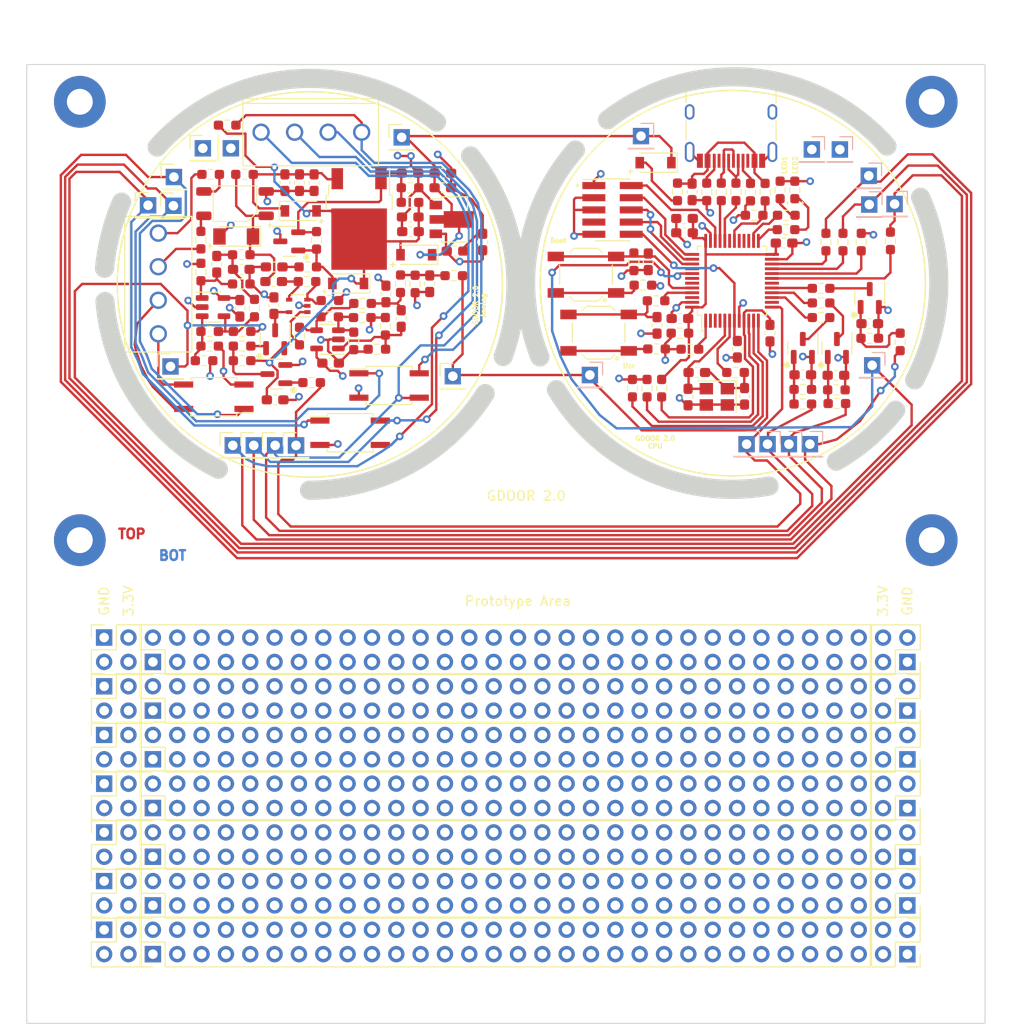
<source format=kicad_pcb>
(kicad_pcb (version 20211014) (generator pcbnew)
  (layers (0 "F.Cu" signal) (1 "In1.Cu" signal) (2 "In2.Cu" signal) (31 "B.Cu" signal) (34 "B.Paste" user) (35 "F.Paste" user) (36 "B.SilkS" user "B.Silkscreen") (37 "F.SilkS" user "F.Silkscreen") (38 "B.Mask" user) (39 "F.Mask" user) (44 "Edge.Cuts" user))
  (net 0 "")
  (net 1 "Net-(C1-Pad1)")
  (net 2 "+9V")
  (net 3 "/IN4")
  (net 4 "GND")
  (net 5 "+28V")
  (net 6 "Net-(C15-Pad2)")
  (net 7 "Net-(C18-Pad2)")
  (net 8 "Net-(C10-Pad2)")
  (net 9 "Net-(C19-Pad2)")
  (net 10 "Net-(C21-Pad1)")
  (net 11 "Net-(C15-Pad1)")
  (net 12 "+3.3V")
  (net 13 "Net-(C23-Pad2)")
  (net 14 "Net-(C25-Pad1)")
  (net 15 "Net-(C26-Pad1)")
  (net 16 "Net-(D1-Pad3)")
  (net 17 "Net-(D1-Pad4)")
  (net 18 "/nRST")
  (net 19 "/USB_VBUS")
  (net 20 "Net-(D8-Pad2)")
  (net 21 "Net-(D10-Pad2)")
  (net 22 "/TMS")
  (net 23 "/TCK")
  (net 24 "/TDO")
  (net 26 "/TDI")
  (net 27 "Net-(P1-PadA5)")
  (net 28 "Net-(P1-PadA6)")
  (net 29 "Net-(P1-PadA7)")
  (net 30 "Net-(Q4-Pad1)")
  (net 31 "Net-(Q5-Pad1)")
  (net 33 "Net-(P1-PadB5)")
  (net 35 "/IN3")
  (net 36 "/IN2")
  (net 37 "/IN1")
  (net 38 "Net-(Q5-Pad3)")
  (net 39 "Net-(R28-Pad2)")
  (net 40 "Net-(J4-Pad1)")
  (net 41 "/IN3C")
  (net 42 "Net-(J3-Pad1)")
  (net 43 "Net-(J3-Pad2)")
  (net 44 "/OUT1")
  (net 45 "/OUT2")
  (net 46 "/OUT3")
  (net 47 "/LED1")
  (net 48 "/IN2C")
  (net 49 "/LED2")
  (net 50 "/GIRA_TX_EN")
  (net 51 "Net-(R28-Pad1)")
  (net 52 "Net-(R32-Pad2)")
  (net 53 "Net-(R35-Pad2)")
  (net 54 "Net-(R36-Pad1)")
  (net 55 "/GIRA_RX")
  (net 56 "/GIRA_TX")
  (net 57 "Net-(R51-Pad1)")
  (net 58 "Net-(R53-Pad2)")
  (net 59 "/Boot1")
  (net 60 "/USB_DM")
  (net 61 "/USB_DP")
  (net 62 "Net-(R64-Pad2)")
  (net 63 "Net-(R68-Pad2)")
  (net 64 "/VBUS_SENSE")
  (net 67 "Net-(C2-Pad1)")
  (net 68 "Net-(C3-Pad1)")
  (net 69 "Net-(C4-Pad2)")
  (net 70 "Net-(C12-Pad1)")
  (net 76 "Net-(D3-PadA)")
  (net 77 "Net-(D4-PadA)")
  (net 78 "Net-(C4-Pad1)")
  (net 79 "Net-(R23-Pad1)")
  (net 80 "/IN1C")
  (net 81 "Net-(R18-Pad1)")
  (net 82 "Net-(J3-Pad3)")
  (net 83 "Net-(J3-Pad4)")
  (net 84 "/boot")
  (net 85 "/VCCD")
  (net 86 "/VCCA")
  (net 87 "/VLCD")
  (net 88 "/IN4P")
  (net 95 "/IN1P")
  (net 96 "/IN2P")
  (net 97 "/IN3P")
  (net 98 "/OUT1P")
  (net 99 "/OUT2P")
  (net 100 "/OUT3P")
  (net 101 "/3V3_IN")
  (footprint "Library:R_0603_1608Metric_Pad0.98x0.95mm_HandSolder" (layer "F.Cu") (at 84.1245 57.1521 -90)
    (fp_text reference "R43" hide)
    (fp_text value "130k")
  )
  (footprint "Diode_SMD:D_SOD-123" (layer "F.Cu") (at 73.7115 49.5556)
    (fp_text reference "D7" hide)
    (fp_text value "LL4148")
  )
  (footprint "Library:R_0603_1608Metric_Pad0.98x0.95mm_HandSolder" (layer "F.Cu") (at 85.117 48.6666)
    (fp_text reference "R46" hide)
    (fp_text value "10k")
  )
  (footprint "Connector_PinHeader_2.54mm:PinHeader_2x02_P2.54mm_Vertical" (layer "F.Cu") (at 137.0202 121.9964 180)
    (fp_text reference "J18" hide)
    (fp_text value "Conn_02x02_Odd_Even")
  )
  (footprint "Connector_USB:USB_C_Receptacle_HRO_TYPE-C-31-M-12" (layer "F.Cu") (at 118.616204 40.2806 180)
    (fp_text reference "P1" hide)
    (fp_text value "USB_C_Plug")
  )
  (footprint "Button_Switch_SMD:SW_SPST_TL3342" (layer "F.Cu") (at 104.798604 62.2528 180)
    (fp_text reference "SW1" hide)
    (fp_text value "SW_Push")
  )
  (footprint "Library:C_0603_1608Metric_Pad1.08x0.95mm_HandSolder" (layer "F.Cu") (at 67.3605 59.7156 -90)
    (fp_text reference "C16" hide)
    (fp_text value "100n")
  )
  (footprint "Library:R_0603_1608Metric_Pad0.98x0.95mm_HandSolder" (layer "F.Cu") (at 67.591 65.1766)
    (fp_text reference "R22" hide)
    (fp_text value "47k")
  )
  (footprint "Library:C_0603_1608Metric_Pad1.08x0.95mm_HandSolder" (layer "F.Cu") (at 64.9475 55.1171 90)
    (fp_text reference "C12" hide)
    (fp_text value "100p")
  )
  (footprint "Library:C_0603_1608Metric_Pad1.08x0.95mm_HandSolder" (layer "F.Cu") (at 119.276604 63.98 90)
    (fp_text reference "C30" hide)
    (fp_text value "100n")
  )
  (footprint "Library:C_0603_1608Metric_Pad1.08x0.95mm_HandSolder" (layer "F.Cu") (at 85.167 51.7146)
    (fp_text reference "C22" hide)
    (fp_text value "1u")
  )
  (footprint "Library:R_0603_1608Metric_Pad0.98x0.95mm_HandSolder" (layer "F.Cu") (at 89.683704 56.3092)
    (fp_text reference "R48" hide)
    (fp_text value "10k")
  )
  (footprint "Library:C_0603_1608Metric_Pad1.08x0.95mm_HandSolder" (layer "F.Cu") (at 72.0595 46.6081 90)
    (fp_text reference "C9" hide)
    (fp_text value "DNP")
  )
  (footprint "Library:C_0603_1608Metric_Pad1.08x0.95mm_HandSolder" (layer "F.Cu") (at 115.046604 66.4048)
    (fp_text reference "C28" hide)
    (fp_text value "DNP")
  )
  (footprint "Library:C_0603_1608Metric_Pad1.08x0.95mm_HandSolder" (layer "F.Cu") (at 113.762904 50.3402)
    (fp_text reference "C32" hide)
    (fp_text value "10u")
  )
  (footprint "Library:R_0603_1608Metric_Pad0.98x0.95mm_HandSolder" (layer "F.Cu") (at 67.511 54.1276 180)
    (fp_text reference "R29" hide)
    (fp_text value "130k")
  )
  (footprint "Connector_PinHeader_2.54mm:PinHeader_1x01_P2.54mm_Vertical" (layer "F.Cu") (at 57.7827 48.9686)
    (fp_text reference "J92" hide)
    (fp_text value "Conn_01x01")
  )
  (footprint "Connector_PinHeader_2.54mm:PinHeader_2x30_P2.54mm_Vertical" (layer "F.Cu") (at 58.2852 106.7514 90)
    (property "Reference" "J30")
    (property "Value" "Conn_02x30_Odd_Even")
    (fp_text reference "J30" hide)
    (fp_text value "Conn_02x30_Odd_Even")
  )
  (footprint "Library:R_0603_1608Metric_Pad0.98x0.95mm_HandSolder" (layer "F.Cu") (at 108.481604 54.8614 90)
    (fp_text reference "R52" hide)
    (fp_text value "100k")
  )
  (footprint "Library:R_0603_1608Metric_Pad0.98x0.95mm_HandSolder" (layer "F.Cu") (at 136.267304 63.218 -90)
    (fp_text reference "R2" hide)
    (fp_text value "100k")
  )
  (footprint "Library:R_0603_1608Metric_Pad0.98x0.95mm_HandSolder" (layer "F.Cu") (at 64.3125 45.7456)
    (fp_text reference "R7" hide)
    (fp_text value "0")
  )
  (footprint "Library:R_0603_1608Metric_Pad0.98x0.95mm_HandSolder" (layer "F.Cu") (at 128.012304 59.154)
    (fp_text reference "R66" hide)
    (fp_text value "0")
  )
  (footprint "Library:anschlussklemme4x1" (layer "F.Cu") (at 80.0725 41.3486 -90)
    (fp_text reference "J4" hide)
    (fp_text value "Screw_Terminal_01x04")
  )
  (footprint "Connector_PinHeader_2.54mm:PinHeader_2x02_P2.54mm_Vertical" (layer "F.Cu") (at 53.1952 104.2114)
    (fp_text reference "J25" hide)
    (fp_text value "Conn_02x02_Odd_Even")
  )
  (footprint "Connector_PinHeader_2.54mm:PinHeader_2x02_P2.54mm_Vertical" (layer "F.Cu") (at 53.1952 94.0514)
    (fp_text reference "J22" hide)
    (fp_text value "Conn_02x02_Odd_Even")
  )
  (footprint "Library:C_0603_1608Metric_Pad1.08x0.95mm_HandSolder" (layer "F.Cu") (at 87.1725 57.1491 90)
    (fp_text reference "C19" hide)
    (fp_text value "1n")
  )
  (footprint "Connector_PinHeader_2.54mm:PinHeader_1x01_P2.54mm_Vertical" (layer "F.Cu") (at 73.2259 74.013)
    (fp_text reference "J99" hide)
    (fp_text value "Conn_01x01")
  )
  (footprint "Library:R_0603_1608Metric_Pad0.98x0.95mm_HandSolder" (layer "F.Cu") (at 81.657304 63.98)
    (fp_text reference "R41" hide)
    (fp_text value "82k")
  )
  (footprint "Library:R_0603_1608Metric_Pad0.98x0.95mm_HandSolder" (layer "F.Cu") (at 119.124204 47.5716 -90)
    (fp_text reference "R60" hide)
    (fp_text value "27")
  )
  (footprint "Library:R_0603_1608Metric_Pad0.98x0.95mm_HandSolder" (layer "F.Cu") (at 85.117 47.1426 180)
    (fp_text reference "R44" hide)
    (fp_text value "62k")
  )
  (footprint "Library:R_0603_1608Metric_Pad0.98x0.95mm_HandSolder" (layer "F.Cu") (at 132.203304 52.804 -90)
    (fp_text reference "R55" hide)
    (fp_text value "0")
  )
  (footprint "Library:C_0603_1608Metric_Pad1.08x0.95mm_HandSolder" (layer "F.Cu") (at 114.131104 68.9713 -90)
    (fp_text reference "C25" hide)
    (fp_text value "10p")
  )
  (footprint "MountingHole:MountingHole_2.7mm_M2.5_Pad_TopBottom" (layer "F.Cu") (at 139.5602 38.1764)
    (fp_text reference "H3" hide)
    (fp_text value "MountingHole")
  )
  (footprint "MountingHole:MountingHole_2.7mm_M2.5_Pad_TopBottom" (layer "F.Cu") (at 50.6602 83.8964)
    (fp_text reference "H4" hide)
    (fp_text value "MountingHole")
  )
  (footprint "Library:R_0603_1608Metric_Pad0.98x0.95mm_HandSolder" (layer "F.Cu") (at 128.012304 57.63)
    (fp_text reference "R67" hide)
    (fp_text value "0")
  )
  (footprint "Library:R_0603_1608Metric_Pad0.98x0.95mm_HandSolder" (layer "F.Cu") (at 114.323604 63.98)
    (fp_text reference "R57" hide)
    (fp_text value "0")
  )
  (footprint "Diode_SMD:D_SOD-123" (layer "F.Cu") (at 85.7755 54.1276 180)
    (fp_text reference "D9" hide)
    (fp_text value "LL4148")
  )
  (footprint "Connector_PinHeader_2.54mm:PinHeader_1x01_P2.54mm_Vertical" (layer "F.Cu") (at 89.5835 66.7994)
    (property "Reference" "J7")
    (property "Value" "Conn_01x01")
    (fp_text reference "J97" hide)
    (fp_text value "Conn_01x01")
  )
  (footprint "Library:C_0603_1608Metric_Pad1.08x0.95mm_HandSolder" (layer "F.Cu") (at 113.762904 51.8388)
    (fp_text reference "C37" hide)
    (fp_text value "100n")
  )
  (footprint "Library:R_0603_1608Metric_Pad0.98x0.95mm_HandSolder" (layer "F.Cu") (at 67.845 45.7456)
    (fp_text reference "R15" hide)
    (fp_text value "0")
  )
  (footprint "Connector_PinHeader_2.54mm:PinHeader_1x01_P2.54mm_Vertical" (layer "F.Cu") (at 66.6219 74.013)
    (fp_text reference "J912" hide)
    (fp_text value "Conn_01x01")
  )
  (footprint "Library:SOT-23" (layer "F.Cu") (at 129.663304 63.853 -90)
    (fp_text reference "Q2" hide)
    (fp_text value "MMBT2222A")
  )
  (footprint "Library:R_0603_1608Metric_Pad0.98x0.95mm_HandSolder" (layer "F.Cu") (at 76.735 60.6046)
    (fp_text reference "R35" hide)
    (fp_text value "2k4")
  )
  (footprint "Connector_PinHeader_2.54mm:PinHeader_2x02_P2.54mm_Vertical" (layer "F.Cu") (at 53.2002 99.1364)
    (fp_text reference "J27" hide)
    (fp_text value "Conn_02x02_Odd_Even")
  )
  (footprint "Connector_PinHeader_2.54mm:PinHeader_2x30_P2.54mm_Vertical" (layer "F.Cu") (at 58.2852 127.0714 90)
    (fp_text reference "J32" hide)
    (fp_text value "Conn_02x30_Odd_Even")
  )
  (footprint "Library:TO-252-2" (layer "F.Cu") (at 79.8055 52.4964 -90)
    (fp_text reference "U7" hide)
    (fp_text value "LM317_TO-252")
  )
  (footprint "Library:R_0603_1608Metric_Pad0.98x0.95mm_HandSolder" (layer "F.Cu") (at 135.251304 52.677 90)
    (fp_text reference "R14" hide)
    (fp_text value "750")
  )
  (footprint "Library:C_0603_1608Metric_Pad1.08x0.95mm_HandSolder" (layer "F.Cu") (at 82.6005 58.2181 -90)
    (fp_text reference "C17" hide)
    (fp_text value "100p")
  )
  (footprint "Library:SOT-23" (layer "F.Cu") (at 71.0435 62.9391 -90)
    (fp_text reference "Q4" hide)
    (fp_text value "MMBT5401")
  )
  (footprint "Library:R_0603_1608Metric_Pad0.98x0.95mm_HandSolder" (layer "F.Cu") (at 126.107304 68.171 180)
    (fp_text reference "R11" hide)
    (fp_text value "470k")
  )
  (footprint "Connector_PinHeader_2.54mm:PinHeader_1x01_P2.54mm_Vertical" (layer "F.Cu") (at 71.0415 74.013)
    (fp_text reference "J910" hide)
    (fp_text value "Conn_01x01")
  )
  (footprint "Library:R_0603_1608Metric_Pad0.98x0.95mm_HandSolder" (layer "F.Cu") (at 111.375304 68.044 -90)
    (fp_text reference "R63" hide)
    (fp_text value "0")
  )
  (footprint "Connector_PinHeader_2.54mm:PinHeader_2x30_P2.54mm_Vertical" (layer "F.Cu") (at 58.2852 101.6714 90)
    (fp_text reference "J33" hide)
    (fp_text value "Conn_02x30_Odd_Even")
  )
  (footprint "Connector_PinHeader_2.54mm:PinHeader_2x30_P2.54mm_Vertical" (layer "F.Cu") (at 58.2852 116.9114 90)
    (fp_text reference "J35" hide)
    (fp_text value "Conn_02x30_Odd_Even")
  )
  (footprint "Library:R_0603_1608Metric_Pad0.98x0.95mm_HandSolder" (layer "F.Cu") (at 122.172204 47.5989 90)
    (fp_text reference "R69" hide)
    (fp_text value "33k")
  )
  (footprint "MountingHole:MountingHole_2.7mm_M2.5_Pad_TopBottom" (layer "F.Cu") (at 50.6602 38.1764)
    (fp_text reference "H2" hide)
    (fp_text value "MountingHole")
  )
  (footprint "Library:R_0603_1608Metric_Pad0.98x0.95mm_HandSolder" (layer "F.Cu") (at 119.084104 66.4048 180)
    (fp_text reference "R53" hide)
    (fp_text value "0")
  )
  (footprint "Library:C_0603_1608Metric_Pad1.08x0.95mm_HandSolder" (layer "F.Cu") (at 73.5835 46.6081 90)
    (fp_text reference "C11" hide)
    (fp_text value "DNP")
  )
  (footprint "Library:SOT-23" (layer "F.Cu") (at 126.107304 63.853 -90)
    (fp_text reference "Q3" hide)
    (fp_text value "MMBT2222A")
  )
  (footprint "Library:C_0603_1608Metric_Pad1.08x0.95mm_HandSolder" (layer "F.Cu") (at 75.1075 46.6081 90)
    (fp_text reference "C13" hide)
    (fp_text value "DNP")
  )
  (footprint "Library:R_0603_1608Metric_Pad0.98x0.95mm_HandSolder" (layer "F.Cu") (at 66.036304 40.612)
    (fp_text reference "R5" hide)
    (fp_text value "47k")
  )
  (footprint "Connector_PinHeader_2.54mm:PinHeader_2x02_P2.54mm_Vertical" (layer "F.Cu") (at 53.2002 109.2964)
    (property "Reference" "J19")
    (property "Value" "Conn_02x02_Odd_Even")
    (fp_text reference "J19" hide)
    (fp_text value "Conn_02x02_Odd_Even")
  )
  (footprint "Library:R_0603_1608Metric_Pad0.98x0.95mm_HandSolder" (layer "F.Cu") (at 113.281404 62.3036)
    (fp_text reference "R62" hide)
    (fp_text value "0")
  )
  (footprint "Library:R_0603_1608Metric_Pad0.98x0.95mm_HandSolder" (layer "F.Cu") (at 82.546304 61.5905 90)
    (fp_text reference "R40" hide)
    (fp_text value "82k")
  )
  (footprint "Library:C_0603_1608Metric_Pad1.08x0.95mm_HandSolder" (layer "F.Cu") (at 133.092304 61.313)
    (fp_text reference "C1" hide)
    (fp_text value "100n")
  )
  (footprint "Library:R_0603_1608Metric_Pad0.98x0.95mm_HandSolder" (layer "F.Cu") (at 129.663304 69.6442)
    (fp_text reference "R4" hide)
    (fp_text value "100k")
  )
  (footprint "Library:C_0603_1608Metric_Pad1.08x0.95mm_HandSolder" (layer "F.Cu") (at 88.543 47.1426 180)
    (fp_text reference "C27" hide)
    (fp_text value "10u")
  )
  (footprint "Connector_PinHeader_2.54mm:PinHeader_2x02_P2.54mm_Vertical" (layer "F.Cu") (at 137.0252 96.6014 180)
    (fp_text reference "J21" hide)
    (fp_text value "Conn_02x02_Odd_Even")
  )
  (footprint "Library:SOT-89-3" (layer "F.Cu") (at 89.4585 50.4446 180)
    (fp_text reference "U8" hide)
    (fp_text value "HT7533-1")
  )
  (footprint "Library:SO-6_4.4x3.6mm_P1.27mm" (layer "F.Cu") (at 82.9287 67.7646)
    (fp_text reference "U2" hide)
    (fp_text value "TLP172GM")
  )
  (footprint "Library:SOT-23" (layer "F.Cu") (at 71.1705 66.5736)
    (fp_text reference "Q5" hide)
    (fp_text value "MMBT2222A")
  )
  (footprint "Library:LED_0603_1608Metric_Pad0.98x0.95mm_HandSolder" (layer "F.Cu") (at 123.738904 47.3684 -90)
    (fp_text reference "D4" hide)
    (fp_text value "LED")
  )
  (footprint "Library:C_0603_1608Metric_Pad1.08x0.95mm_HandSolder" (layer "F.Cu") (at 70.943 55.3976)
    (fp_text reference "C23" hide)
    (fp_text value "1u")
  )
  (footprint "Library:R_0603_1608Metric_Pad0.98x0.95mm_HandSolder" (layer "F.Cu") (at 80.164 59.2076)
    (fp_text reference "R34" hide)
    (fp_text value "18k")
  )
  (footprint "Library:C_0603_1608Metric_Pad1.08x0.95mm_HandSolder" (layer "F.Cu") (at 120.025004 68.8929 -90)
    (fp_text reference "C26" hide)
    (fp_text value "10p")
  )
  (footprint "Connector_PinHeader_1.27mm:PinHeader_2x05_P1.27mm_Vertical_SMD" (layer "F.Cu") (at 106.252204 49.4512)
    (property "Reference" "J8")
    (property "Value" "Conn_02x05_Odd_Even")
    (fp_text reference "J8" hide)
    (fp_text value "Conn_02x05_Odd_Even")
  )
  (footprint "Library:SO-6_4.4x3.6mm_P1.27mm" (layer "F.Cu") (at 78.8647 72.6922)
    (fp_text reference "U3" hide)
    (fp_text value "TLP172GM")
  )
  (footprint "Library:C_0603_1608Metric_Pad1.08x0.95mm_HandSolder" (layer "F.Cu") (at 126.107304 66.647)
    (fp_text reference "C3" hide)
    (fp_text value "100n")
  )
  (footprint "Library:R_0603_1608Metric_Pad0.98x0.95mm_HandSolder" (layer "F.Cu") (at 63.2965 52.6036 90)
    (fp_text reference "R8" hide)
    (fp_text value "0")
  )
  (footprint "Connector_PinHeader_2.54mm:PinHeader_2x02_P2.54mm_Vertical" (layer "F.Cu") (at 137.0202 127.0764 180)
    (fp_text reference "J24" hide)
    (fp_text value "Conn_02x02_Odd_Even")
  )
  (footprint "Library:C_0603_1608Metric_Pad1.08x0.95mm_HandSolder" (layer "F.Cu") (at 76.831304 65.4306)
    (fp_text reference "C14" hide)
    (fp_text value "100n")
  )
  (footprint "Diode_SMD:D_SOD-123" (layer "F.Cu") (at 110.742204 44.5236 180)
    (fp_text reference "D10" hide)
    (fp_text value "LL4148")
  )
  (footprint "Library:C_0603_1608Metric_Pad1.08x0.95mm_HandSolder" (layer "F.Cu") (at 70.9165 59.4351 90)
    (fp_text reference "C21" hide)
    (fp_text value "10n")
  )
  (footprint "Library:R_0603_1608Metric_Pad0.98x0.95mm_HandSolder" (layer "F.Cu") (at 74.8515 67.4598)
    (fp_text reference "R25" hide)
    (fp_text value "10k")
  )
  (footprint "Library:R_0603_1608Metric_Pad0.98x0.95mm_HandSolder" (layer "F.Cu") (at 124.382004 50.01 180)
    (fp_text reference "R21" hide)
    (fp_text value "430")
  )
  (footprint "Library:R_0603_1608Metric_Pad0.98x0.95mm_HandSolder" (layer "F.Cu") (at 121.029204 50.01)
    (fp_text reference "R70" hide)
    (fp_text value "82k")
  )
  (footprint "Library:R_0603_1608Metric_Pad0.98x0.95mm_HandSolder" (layer "F.Cu") (at 64.209 62.1286 180)
    (fp_text reference "R36" hide)
    (fp_text value "2k4")
  )
  (footprint "Library:C_0603_1608Metric_Pad1.08x0.95mm_HandSolder" (layer "F.Cu") (at 85.114 45.6186 180)
    (fp_text reference "C18" hide)
    (fp_text value "DNP")
  )
  (footprint "Library:R_0603_1608Metric_Pad0.98x0.95mm_HandSolder" (layer "F.Cu") (at 67.591 62.1286)
    (fp_text reference "R42" hide)
    (fp_text value "0")
  )
  (footprint "Library:R_0603_1608Metric_Pad0.98x0.95mm_HandSolder" (layer "F.Cu") (at 80.133304 60.678 180)
    (fp_text reference "R39" hide)
    (fp_text value "5k1")
  )
  (footprint "Library:C_0603_1608Metric_Pad1.08x0.95mm_HandSolder" (layer "F.Cu") (at 70.89 56.9216 180)
    (fp_text reference "C4" hide)
    (fp_text value "47n")
  )
  (footprint "Connector_PinHeader_2.54mm:PinHeader_2x02_P2.54mm_Vertical" (layer "F.Cu") (at 53.2002 114.3764)
    (fp_text reference "J16" hide)
    (fp_text value "Conn_02x02_Odd_Even")
  )
  (footprint "Connector_PinHeader_2.54mm:PinHeader_2x02_P2.54mm_Vertical" (layer "F.Cu") (at 137.0202 101.6764 180)
    (fp_text reference "J20" hide)
    (fp_text value "Conn_02x02_Odd_Even")
  )
  (footprint "Library:SOT-353_SC-70-5" (layer "F.Cu") (at 73.4565 59.4616 180)
    (property "Reference" "U4")
    (property "Value" "TLV9351")
    (fp_text reference "U4" hide)
    (fp_text value "TLV9351")
  )
  (footprint "Library:R_0603_1608Metric_Pad0.98x0.95mm_HandSolder" (layer "F.Cu") (at 133.092304 62.837 180)
    (fp_text reference "R9" hide)
    (fp_text value "470k")
  )
  (footprint "Library:C_0603_1608Metric_Pad1.08x0.95mm_HandSolder" (layer "F.Cu") (at 67.514 55.6516 180)
    (fp_text reference "C10" hide)
    (fp_text value "100p")
  )
  (footprint "Library:R_0603_1608Metric_Pad0.98x0.95mm_HandSolder" (layer "F.Cu") (at 85.6485 57.1756 90)
    (fp_text reference "R45" hide)
    (fp_text value "4k7")
  )
  (footprint "Library:C_0603_1608Metric_Pad1.08x0.95mm_HandSolder" (layer "F.Cu") (at 113.284404 60.7796)
    (fp_text reference "C38" hide)
    (fp_text value "100n")
  )
  (footprint "Connector_PinHeader_2.54mm:PinHeader_2x30_P2.54mm_Vertical" (layer "F.Cu") (at 58.2852 111.8314 90)
    (fp_text reference "J34" hide)
    (fp_text value "Conn_02x30_Odd_Even")
  )
  (footprint "Crystal:Crystal_SMD_3225-4Pin_3.2x2.5mm" (layer "F.Cu") (at 117.136104 68.9448 180)
    (fp_text reference "Y1" hide)
    (fp_text value "Crystal 16MHz")
  )
  (footprint "Library:anschlussklemme4x1" (layer "F.Cu") (at 58.8495 51.8756)
    (fp_text reference "J3" hide)
    (fp_text value "Screw_Terminal_01x04")
  )
  (footprint "Library:R_0603_1608Metric_Pad0.98x0.95mm_HandSolder" (layer "F.Cu") (at 128.520304 52.804 90)
    (fp_text reference "R12" hide)
    (fp_text value "750")
  )
  (footprint "Library:C_0603_1608Metric_Pad1.08x0.95mm_HandSolder" (layer "F.Cu") (at 89.813 53.7466 180)
    (fp_text reference "C31" hide)
    (fp_text value "100n")
  )
  (footprint "Connector_PinHeader_2.54mm:PinHeader_1x01_P2.54mm_Vertical" (layer "F.Cu") (at 60.4243 49.0194)
    (fp_text reference "J95" hide)
    (fp_text value "Conn_01x01")
  )
  (footprint "Library:R_0603_1608Metric_Pad0.98x0.95mm_HandSolder" (layer "F.Cu") (at 120.648204 47.5951 90)
    (fp_text reference "R54" hide)
    (fp_text value "5k1")
  )
  (footprint "Library:C_0603_1608Metric_Pad1.08x0.95mm_HandSolder" (layer "F.Cu") (at 114.552204 47.5716 90)
    (fp_text reference "C35" hide)
    (fp_text value "100n")
  )
  (footprint "Library:C_0603_1608Metric_Pad1.08x0.95mm_HandSolder" (layer "F.Cu") (at 122.680204 62.3036 90)
    (fp_text reference "C34" hide)
    (fp_text value "100n")
  )
  (footprint "Library:R_0603_1608Metric_Pad0.98x0.95mm_HandSolder" (layer "F.Cu") (at 76.7585 58.9)
    (fp_text reference "R26" hide)
    (fp_text value "DNP")
  )
  (footprint "Diode_SMD:D_MiniMELF" (layer "F.Cu") (at 66.9795 52.2226 180)
    (fp_text reference "D2" hide)
    (fp_text value "TZMC30")
  )
  (footprint "Library:C_0603_1608Metric_Pad1.08x0.95mm_HandSolder" (layer "F.Cu") (at 71.039004 69.2632)
    (fp_text reference "C6" hide)
    (fp_text value "100n")
  )
  (footprint "Connector_PinHeader_2.54mm:PinHeader_1x01_P2.54mm_Vertical" (layer "F.Cu") (at 84.248104 41.882)
    (fp_text reference "J913" hide)
    (fp_text value "Conn_01x01")
  )
  (footprint "Library:C_0603_1608Metric_Pad1.08x0.95mm_HandSolder" (layer "F.Cu") (at 109.980204 54.8614 90)
    (fp_text reference "C29" hide)
    (fp_text value "100n")
  )
  (footprint "Library:R_0603_1608Metric_Pad0.98x0.95mm_HandSolder" (layer "F.Cu") (at 64.209 63.6526 180)
    (fp_text reference "R33" hide)
    (fp_text value "5k1")
  )
  (footprint "Library:SOT-23-5" (layer "F.Cu") (at 64.5665 59.5886 180)
    (fp_text reference "U6" hide)
    (fp_text value "LMV321IDBVR")
  )
  (footprint "Connector_PinHeader_2.54mm:PinHeader_1x01_P2.54mm_Vertical" (layer "F.Cu") (at 60.4751 46.0222)
    (fp_text reference "J96" hide)
    (fp_text value "Conn_01x01")
  )
  (footprint "Library:R_0603_1608Metric_Pad0.98x0.95mm_HandSolder" (layer "F.Cu") (at 108.327304 68.044 -90)
    (fp_text reference "R68" hide)
    (fp_text value "DNP")
  )
  (footprint "Connector_PinHeader_2.54mm:PinHeader_2x02_P2.54mm_Vertical" (layer "F.Cu") (at 137.0252 111.8414 180)
    (fp_text reference "J28" hide)
    (fp_text value "Conn_02x02_Odd_Even")
  )
  (footprint "Library:R_0603_1608Metric_Pad0.98x0.95mm_HandSolder" (layer "F.Cu") (at 109.421404 57.2998)
    (fp_text reference "R51" hide)
    (fp_text value "10k")
  )
  (footprint "Library:C_0603_1608Metric_Pad1.08x0.95mm_HandSolder" (layer "F.Cu") (at 88.543 45.6186 180)
    (fp_text reference "C24" hide)
    (fp_text value "100n")
  )
  (footprint "Library:C_0603_1608Metric_Pad1.08x0.95mm_HandSolder" (layer "F.Cu") (at 85.1405 50.1906)
    (fp_text reference "C20" hide)
    (fp_text value "100n")
  )
  (footprint "Library:R_0603_1608Metric_Pad0.98x0.95mm_HandSolder" (layer "F.Cu") (at 109.851304 68.044 -90)
    (fp_text reference "R64" hide)
    (fp_text value "DNP")
  )
  (footprint "Library:R_0603_1608Metric_Pad0.98x0.95mm_HandSolder" (layer "F.Cu") (at 130.298304 52.804 90)
    (fp_text reference "R13" hide)
    (fp_text value "750")
  )
  (footprint "Library:R_0603_1608Metric_Pad0.98x0.95mm_HandSolder" (layer "F.Cu") (at 79.244304 63.1145 90)
    (fp_text reference "R38" hide)
    (fp_text value "5k1")
  )
  (footprint "Library:C_0603_1608Metric_Pad1.08x0.95mm_HandSolder" (layer "F.Cu") (at 129.561704 66.6978)
    (fp_text reference "C2" hide)
    (fp_text value "100n")
  )
  (footprint "Diode_SMD:D_SOD-123" (layer "F.Cu") (at 78.6625 57.122 180)
    (fp_text reference "D8" hide)
    (fp_text value "LL4148")
  )
  (footprint "Library:R_0603_1608Metric_Pad0.98x0.95mm_HandSolder" (layer "F.Cu") (at 129.612504 68.2218 180)
    (fp_text reference "R10" hide)
    (fp_text value "470k")
  )
  (footprint "Connector_PinHeader_2.54mm:PinHeader_2x02_P2.54mm_Vertical" (layer "F.Cu") (at 137.0252 106.7614 180)
    (fp_text reference "J17" hide)
    (fp_text value "Conn_02x02_Odd_Even")
  )
  (footprint "Connector_PinHeader_2.54mm:PinHeader_2x02_P2.54mm_Vertical" (layer "F.Cu") (at 137.0202 116.9164 180)
    (fp_text reference "J26" hide)
    (fp_text value "Conn_02x02_Odd_Even")
  )
  (footprint "Library:SOT-23" (layer "F.Cu") (at 133.092304 58.646 -90)
    (fp_text reference "Q1" hide)
    (fp_text value "MMBT2222A")
  )
  (footprint "Connector_PinHeader_2.54mm:PinHeader_2x02_P2.54mm_Vertical" (layer "F.Cu") (at 53.1952 124.5314)
    (fp_text reference "J23" hide)
    (fp_text value "Conn_02x02_Odd_Even")
  )
  (footprint "Library:R_0603_1608Metric_Pad0.98x0.95mm_HandSolder" (layer "F.Cu") (at 68.8845 59.6921 90)
    (fp_text reference "R37" hide)
    (fp_text value "18k")
  )
  (footprint "Library:SOT-23-5" (layer "F.Cu") (at 76.5045 62.9516)
    (fp_text reference "U5" hide)
    (fp_text value "LMV321IDBVR")
  )
  (footprint "Library:R_0603_1608Metric_Pad0.98x0.95mm_HandSolder" (layer "F.Cu") (at 74.369 56.9216 180)
    (fp_text reference "R23" hide)
    (fp_text value "10k")
  )
  (footprint "Library:R_0603_1608Metric_Pad0.98x0.95mm_HandSolder" (layer "F.Cu") (at 113.028204 47.5716 90)
    (fp_text reference "R50" hide)
    (fp_text value "0")
  )
  (footprint "Library:R_0603_1608Metric_Pad0.98x0.95mm_HandSolder" (layer "F.Cu") (at 63.623304 65.1766 180)
    (fp_text reference "R32" hide)
    (fp_text value "5k1")
  )
  (footprint "MountingHole:MountingHole_2.7mm_M2.5_Pad_TopBottom" (layer "F.Cu") (at 139.5602 83.8964)
    (fp_text reference "H1" hide)
    (fp_text value "MountingHole")
  )
  (footprint "Library:R_0603_1608Metric_Pad0.98x0.95mm_HandSolder" (layer "F.Cu") (at 67.511 57.1756 180)
    (fp_text reference "R31" hide)
    (fp_text value "82k")
  )
  (footprint "Library:SO-6_4.4x3.6mm_P1.27mm" (layer "F.Cu") (at 64.6407 68.933 180)
    (property "Reference" "U")
    (property "Value" "TLP172GM")
    (fp_text reference "U1" hide)
    (fp_text value "TLP172GM")
  )
  (footprint "Library:C_0603_1608Metric_Pad1.08x0.95mm_HandSolder" (layer "F.Cu") (at 124.153404 52.9056 180)
    (fp_text reference "C36" hide)
    (fp_text value "100n")
  )
  (footprint "Library:R_0603_1608Metric_Pad0.98x0.95mm_HandSolder" (layer "F.Cu") (at 124.356604 51.5086 180)
    (fp_text reference "R17" hide)
    (fp_text value "430")
  )
  (footprint "Library:SOIC-4_4.55x3.7mm_P2.54mm" (layer "F.Cu") (at 66.8525 48.7974 180)
    (fp_text reference "D1" hide)
    (fp_text value "MB10S")
  )
  (footprint "Library:C_0603_1608Metric_Pad1.08x0.95mm_HandSolder" (layer "F.Cu") (at 110.894604 61.4919 90)
    (fp_text reference "C7" hide)
    (fp_text value "100n")
  )
  (footprint "Library:C_0603_1608Metric_Pad1.08x0.95mm_HandSolder" (layer "F.Cu") (at 92.706304 52.804 -90)
    (fp_text reference "C33" hide)
    (fp_text value "10u")
  )
  (footprint "Connector_PinHeader_2.54mm:PinHeader_2x02_P2.54mm_Vertical" (layer "F.Cu") (at 53.1952 119.4514)
    (fp_text reference "J29" hide)
    (fp_text value "Conn_02x02_Odd_Even")
  )
  (footprint "Library:LED_0603_1608Metric_Pad0.98x0.95mm_HandSolder" (layer "F.Cu") (at 125.271004 47.3703 -90)
    (fp_text reference "D3" hide)
    (fp_text value "LED")
  )
  (footprint "Library:R_0603_1608Metric_Pad0.98x0.95mm_HandSolder" (layer "F.Cu") (at 74.449 55.3976)
    (fp_text reference "R49" hide)
    (fp_text value "10k")
  )
  (footprint "Button_Switch_SMD:SW_SPST_TL3342" (layer "F.Cu") (at 103.477804 56.2076 180)
    (fp_text reference "SW3" hide)
    (fp_text value "SW_Push")
  )
  (footprint "Library:R_0603_1608Metric_Pad0.98x0.95mm_HandSolder" (layer "F.Cu") (at 67.591 63.6526)
    (fp_text reference "R20" hide)
    (fp_text value "47k")
  )
  (footprint "Connector_PinHeader_2.54mm:PinHeader_1x01_P2.54mm_Vertical" (layer "F.Cu") (at 68.8063 74.013)
    (fp_text reference "J911" hide)
    (fp_text value "Conn_01x01")
  )
  (footprint "Connector_PinHeader_2.54mm:PinHeader_1x01_P2.54mm_Vertical" (layer "F.Cu") (at 63.496304 43.025)
    (fp_text reference "J915" hide)
    (fp_text value "Conn_01x01")
  )
  (footprint "Library:R_0603_1608Metric_Pad0.98x0.95mm_HandSolder" (layer "F.Cu") (at 128.012304 60.678)
    (fp_text reference "R65" hide)
    (fp_text value "0")
  )
  (footprint "Library:R_0603_1608Metric_Pad0.98x0.95mm_HandSolder" (layer "F.Cu") (at 110.845704 63.9546)
    (fp_text reference "R18" hide)
    (fp_text value "10k")
  )
  (footprint "Library:LQFP-48_7x7mm_P0.5mm" (layer "F.Cu") (at 118.718904 56.8426)
    (fp_text reference "U9" hide)
    (fp_text value "STM32L151C8Tx")
  )
  (footprint "Library:R_0603_1608Metric_Pad0.98x0.95mm_HandSolder" (layer "F.Cu") (at 110.793004 58.9254)
    (fp_text reference "R58" hide)
    (fp_text value "0")
  )
  (footprint "Library:R_0603_1608Metric_Pad0.98x0.95mm_HandSolder" (layer "F.Cu") (at 63.2965 55.9291 90)
    (fp_text reference "R30" hide)
    (fp_text value "82k")
  )
  (footprint "Connector_PinHeader_2.54mm:PinHeader_1x01_P2.54mm_Vertical" (layer "F.Cu") (at 60.1195 65.7834)
    (fp_text reference "J91" hide)
    (fp_text value "Conn_01x01")
  )
  (footprint "Library:R_0603_1608Metric_Pad0.98x0.95mm_HandSolder" (layer "F.Cu") (at 117.600204 47.5716 -90)
    (fp_text reference "R61" hide)
    (fp_text value "27")
  )
  (footprint "Library:SOT-23" (layer "F.Cu") (at 72.519 52.7306)
    (fp_text reference "Q6" hide)
    (fp_text value "MMBT5401")
  )
  (footprint "Connector_PinHeader_2.54mm:PinHeader_2x30_P2.54mm_Vertical" (layer "F.Cu") (at 58.2852 96.5964 90)
    (fp_text reference "J31" hide)
    (fp_text value "Conn_02x30_Odd_Even")
  )
  (footprint "Connector_PinHeader_2.54mm:PinHeader_2x30_P2.54mm_Vertical" (layer "F.Cu") (at 58.2852 121.9914 90)
    (fp_text reference "J36" hide)
    (fp_text value "Conn_02x30_Odd_Even")
  )
  (footprint "Library:R_0603_1608Metric_Pad0.98x0.95mm_HandSolder" (layer "F.Cu") (at 126.107304 69.695)
    (fp_text reference "R6" hide)
    (fp_text value "100k")
  )
  (footprint "Library:R_0603_1608Metric_Pad0.98x0.95mm_HandSolder" (layer "F.Cu") (at 75.3615 52.6271 90)
    (fp_text reference "R47" hide)
    (fp_text value "22k")
  )
  (footprint "Library:R_0603_1608Metric_Pad0.98x0.95mm_HandSolder" (layer "F.Cu") (at 73.5835 62.6131 -90)
    (fp_text reference "R28" hide)
    (fp_text value "10k")
  )
  (footprint "Connector_PinHeader_2.54mm:PinHeader_1x01_P2.54mm_Vertical" (layer "F.Cu") (at 66.417304 43.025 -90)
    (fp_text reference "J914" hide)
    (fp_text value "Conn_01x01")
  )
  (footprint "Library:C_0603_1608Metric_Pad1.08x0.95mm_HandSolder" (layer "F.Cu") (at 84.197304 60.7785 90)
    (fp_text reference "C15" hide)
    (fp_text value "100p")
  )
  (footprint "Library:R_0603_1608Metric_Pad0.98x0.95mm_HandSolder" (layer "F.Cu") (at 116.076204 47.5716 90)
    (fp_text reference "R56" hide)
    (fp_text value "5k1")
  )
  (footprint "Connector_PinHeader_2.54mm:PinHeader_1x01_P2.54mm_Vertical" (layer "B.Cu") (at 126.845804 73.886 180)
    (fp_text reference "J12" hide)
    (fp_text value "Conn_01x01")
  )
  (footprint "Connector_PinHeader_2.54mm:PinHeader_1x01_P2.54mm_Vertical" (layer "B.Cu") (at 127.0504 43.152 180)
    (fp_text reference "J14" hide)
    (fp_text value "Conn_01x01")
  )
  (footprint "Connector_PinHeader_2.54mm:PinHeader_1x01_P2.54mm_Vertical" (layer "B.Cu") (at 133.348204 65.6564 180)
    (fp_text reference "J1" hide)
    (fp_text value "Conn_01x01")
  )
  (footprint "Connector_PinHeader_2.54mm:PinHeader_1x01_P2.54mm_Vertical" (layer "B.Cu") (at 135.685004 48.8416 180)
    (fp_text reference "J2" hide)
    (fp_text value "Conn_01x01")
  )
  (footprint "Connector_PinHeader_2.54mm:PinHeader_1x01_P2.54mm_Vertical" (layer "B.Cu") (at 132.992604 45.8952 180)
    (fp_text reference "J6" hide)
    (fp_text value "Conn_01x01")
  )
  (footprint "Connector_PinHeader_2.54mm:PinHeader_1x01_P2.54mm_Vertical" (layer "B.Cu") (at 109.2196 41.755 180)
    (fp_text reference "J13" hide)
    (fp_text value "Conn_01x01")
  )
  (footprint "Connector_PinHeader_2.54mm:PinHeader_1x01_P2.54mm_Vertical" (layer "B.Cu") (at 124.661404 73.886 180)
    (fp_text reference "J11" hide)
    (fp_text value "Conn_01x01")
  )
  (footprint "Connector_PinHeader_2.54mm:PinHeader_1x01_P2.54mm_Vertical" (layer "B.Cu") (at 103.884204 66.6724 180)
    (property "Reference" "J7")
    (property "Value" "Conn_01x01")
    (fp_text reference "J7" hide)
    (fp_text value "Conn_01x01")
  )
  (footprint "Connector_PinHeader_2.54mm:PinHeader_1x01_P2.54mm_Vertical" (layer "B.Cu") (at 120.241804 73.886 180)
    (fp_text reference "J9" hide)
    (fp_text value "Conn_01x01")
  )
  (footprint "Connector_PinHeader_2.54mm:PinHeader_1x01_P2.54mm_Vertical" (layer "B.Cu") (at 122.426204 73.886 180)
    (fp_text reference "J10" hide)
    (fp_text value "Conn_01x01")
  )
  (footprint "Connector_PinHeader_2.54mm:PinHeader_1x01_P2.54mm_Vertical" (layer "B.Cu") (at 129.9714 43.152 180)
    (fp_text reference "J15" hide)
    (fp_text value "Conn_01x01")
  )
  (footprint "Connector_PinHeader_2.54mm:PinHeader_1x01_P2.54mm_Vertical" (layer "B.Cu") (at 133.043404 48.8924 180)
    (fp_text reference "J5" hide)
    (fp_text value "Conn_01x01")
  )
  (gr_line (start 83.3246 54.9404) (end 83.3246 55.3976) (layer "F.SilkS") (width 0.15))
  (gr_circle (center 106.7434 64.948) (end 106.7942 64.9988) (layer "F.SilkS") (width 0.15) (fill none))
  (gr_line (start 83.0706 55.169) (end 83.5786 55.169) (layer "F.SilkS") (width 0.15))
  (gr_line (start 64.2746 53.0432) (end 64.2746 53.4496) (layer "F.SilkS") (width 0.15))
  (gr_circle (center 115.6334 62.0524) (end 115.7334 62.0524) (layer "F.SilkS") (width 0.15) (fill none))
  (gr_line (start 108.115 45.2376) (end 108.115 45.644) (layer "F.SilkS") (width 0.15))
  (gr_circle (center 102.5778 46.914) (end 102.6794 46.914) (layer "F.SilkS") (width 0.15) (fill none))
  (gr_line (start 75.6538 50.6224) (end 76.0602 50.6224) (layer "F.SilkS") (width 0.15))
  (gr_circle (center 119.136104 67.2948) (end 119.1894 67.3864) (layer "F.SilkS") (width 0.15) (fill none))
  (gr_circle (center 74.6635 57.2236) (end 94.7635 57.2236) (layer "F.SilkS") (width 0.15) (fill none))
  (gr_circle (center 105.4734 58.852) (end 105.5242 58.9028) (layer "F.SilkS") (width 0.15) (fill none))
  (gr_line (start 107.9118 45.4408) (end 108.3182 45.4408) (layer "F.SilkS") (width 0.15))
  (gr_line (start 76.2126 57.7852) (end 76.2126 58.1408) (layer "F.SilkS") (width 0.15))
  (gr_line (start 76.0094 57.9376) (end 76.365 57.9376) (layer "F.SilkS") (width 0.15))
  (gr_line (start 64.0714 53.2464) (end 64.4778 53.2464) (layer "F.SilkS") (width 0.15))
  (gr_circle (center 118.804204 57.0966) (end 138.904204 57.0966) (layer "F.SilkS") (width 0.15) (fill none))
  (gr_line (start 75.857 50.4192) (end 75.857 50.8256) (layer "F.SilkS") (width 0.15))
  (gr_arc (start 135.801 70.3328) (mid 132.956268 73.295003) (end 129.6034 75.6668) (layer "Edge.Cuts") (width 2))
  (gr_arc (start 122.5902 78.2464) (mid 109.923906 76.686673) (end 100.3934 68.1992) (layer "Edge.Cuts") (width 2))
  (gr_arc (start 98.6662 64.7956) (mid 97.482356 53.478771) (end 102.3746 43.2056) (layer "Edge.Cuts") (width 2))
  (gr_arc (start 92.962204 68.6028) (mid 85.083282 75.986275) (end 74.621504 78.6866) (layer "Edge.Cuts") (width 2))
  (gr_arc (start 53.236604 55.5472) (mid 53.852458 52.022505) (end 55.014604 48.6384) (layer "Edge.Cuts") (width 2))
  (gr_arc (start 138.3918 48.1332) (mid 140.286019 57.728569) (end 137.7822 67.1832) (layer "Edge.Cuts") (width 2))
  (gr_rect (start 45.123 34.29) (end 145.123 134.29) (layer "Edge.Cuts") (width 0.1) (fill none))
  (gr_arc (start 91.438204 43.8124) (mid 95.888761 53.832568) (end 94.8402 64.7464) (layer "Edge.Cuts") (width 2))
  (gr_arc (start 65.121904 76.5022) (mid 56.902616 69.308616) (end 53.287404 59.0016) (layer "Edge.Cuts") (width 2))
  (gr_arc (start 105.7274 40.056) (mid 120.849363 35.662485) (end 134.8866 42.7992) (layer "Edge.Cuts") (width 2))
  (gr_arc (start 58.723004 42.898) (mid 72.784037 35.821113) (end 87.880304 40.2818) (layer "Edge.Cuts") (width 2))
  (gr_text "TOP" (at 56.0902 83.2464) (layer "F.Cu") (effects (font (size 1 1) (thickness 0.25))))
  (gr_text "BOT" (at 60.3402 85.4964) (layer "B.Cu") (effects (font (size 1 1) (thickness 0.25))))
  (gr_text "Prototype Area" (at 96.3802 90.2464) (layer "F.SilkS") (effects (font (size 1 1))))
  (gr_text "GDOOR 2.0\nAnalog" (at 92.367 59.4108 90) (layer "F.SilkS") (effects (font (size 0.5 0.5) (thickness 0.125))))
  (gr_text "LED2" (at 125.3362 44.7804 90) (layer "F.SilkS") (effects (font (size 0.5 0.5) (thickness 0.125))))
  (gr_text "GDOOR 2.0\nCPU" (at 110.7058 73.6856) (layer "F.SilkS") (effects (font (size 0.5 0.5) (thickness 0.125))))
  (gr_text "GND" (at 137.0202 90.2464 90) (layer "F.SilkS") (effects (font (size 1 1))))
  (gr_text "Boot" (at 100.5966 52.6544) (layer "F.SilkS") (effects (font (size 0.5 0.5) (thickness 0.125))))
  (gr_text "GND" (at 53.2002 90.2464 90) (layer "F.SilkS") (effects (font (size 1 1))))
  (gr_text "3.3V" (at 134.4802 90.2464 90) (layer "F.SilkS") (effects (font (size 1 1))))
  (gr_text "LED1" (at 124.1932 44.7804 90) (layer "F.SilkS") (effects (font (size 0.5 0.5) (thickness 0.125))))
  (gr_text "GDOOR 2.0" (at 97.2438 79.2736) (layer "F.SilkS") (effects (font (size 1 1))))
  (gr_text "Usr" (at 107.9626 65.71) (layer "F.SilkS") (effects (font (size 0.5 0.5) (thickness 0.125))))
  (gr_text "3.3V" (at 55.7402 90.2464 90) (layer "F.SilkS") (effects (font (size 1 1))))
  (segment (start 132.142304 59.5835) (end 132.142304 63.0535) (width 0.25) (layer "F.Cu") (net 1))
  (segment (start 134.870304 63.726) (end 135.124304 63.472) (width 0.25) (layer "F.Cu") (net 1))
  (segment (start 135.124304 62.583) (end 135.401804 62.3055) (width 0.25) (layer "F.Cu") (net 1))
  (segment (start 132.142304 63.0535) (end 132.179804 63.091) (width 0.25) (layer "F.Cu") (net 1))
  (segment (start 132.179804 62.837) (end 132.179804 63.1945) (width 0.25) (layer "F.Cu") (net 1))
  (segment (start 132.179804 63.1945) (end 132.711304 63.726) (width 0.25) (layer "F.Cu") (net 1))
  (segment (start 135.124304 63.472) (end 135.124304 62.583) (width 0.25) (layer "F.Cu") (net 1))
  (segment (start 132.711304 63.726) (end 134.870304 63.726) (width 0.25) (layer "F.Cu") (net 1))
  (segment (start 135.401804 62.3055) (end 136.267304 62.3055) (width 0.25) (layer "F.Cu") (net 1))
  (segment (start 70.176504 68.045845) (end 70.176504 69.2632) (width 0.25) (layer "F.Cu") (net 2))
  (segment (start 86.0295 48.6666) (end 86.0295 52.4766) (width 0.25) (layer "F.Cu") (net 2))
  (segment (start 71.753104 63.8766) (end 70.453104 65.1766) (width 0.25) (layer "F.Cu") (net 2))
  (segment (start 84.1255 54.1276) (end 84.1255 52.7316) (width 0.25) (layer "F.Cu") (net 2))
  (segment (start 85.7755 52.7306) (end 84.1245 52.7306) (width 0.25) (layer "F.Cu") (net 2))
  (segment (start 84.1245 52.7306) (end 80.0355 52.7306) (width 0.25) (layer "F.Cu") (net 2))
  (segment (start 78.990304 56.614) (end 79.498304 57.122) (width 0.25) (layer "F.Cu") (net 2))
  (segment (start 80.3125 53.0076) (end 79.8055 52.5006) (width 0.25) (layer "F.Cu") (net 2))
  (segment (start 75.3615 49.5556) (end 76.8605 49.5556) (width 0.25) (layer "F.Cu") (net 2))
  (segment (start 67.941304 41.501) (end 66.012804 41.501) (width 0.25) (layer "F.Cu") (net 2))
  (segment (start 70.963904 45.0211) (end 70.888404 44.9456) (width 0.25) (layer "F.Cu") (net 2))
  (segment (start 70.888404 44.9456) (end 69.099904 44.9456) (width 0.25) (layer "F.Cu") (net 2))
  (segment (start 75.3615 49.5556) (end 74.608098 49.5556) (width 0.25) (layer "F.Cu") (net 2))
  (segment (start 76.8605 49.5556) (end 79.8055 52.5006) (width 0.25) (layer "F.Cu") (net 2))
  (segment (start 70.453104 65.377955) (end 71.2955 66.220351) (width 0.25) (layer "F.Cu") (net 2))
  (segment (start 69.099904 44.9456) (end 67.941304 43.787) (width 0.25) (layer "F.Cu") (net 2))
  (segment (start 69.772904 65.1766) (end 70.251749 65.1766) (width 0.25) (layer "F.Cu") (net 2))
  (segment (start 84.1255 52.7316) (end 84.1245 52.7306) (width 0.25) (layer "F.Cu") (net 2))
  (segment (start 71.2955 66.926849) (end 70.176504 68.045845) (width 0.25) (layer "F.Cu") (net 2))
  (segment (start 80.3125 57.3026) (end 80.3125 53.0076) (width 0.25) (layer "F.Cu") (net 2))
  (segment (start 71.2955 66.594804) (end 71.2955 66.926849) (width 0.25) (layer "F.Cu") (net 2))
  (segment (start 71.9935 63.8766) (end 71.753104 63.8766) (width 0.25) (layer "F.Cu") (net 2))
  (segment (start 66.012804 41.501) (end 65.123804 40.612) (width 0.25) (layer "F.Cu") (net 2))
  (segment (start 71.2955 66.220351) (end 71.2955 66.594804) (width 0.25) (layer "F.Cu") (net 2))
  (segment (start 80.0355 52.7306) (end 79.8055 52.5006) (width 0.25) (layer "F.Cu") (net 2))
  (segment (start 70.453104 65.1766) (end 69.772904 65.1766) (width 0.25) (layer "F.Cu") (net 2))
  (segment (start 70.453104 65.1766) (end 70.453104 65.377955) (width 0.25) (layer "F.Cu") (net 2))
  (segment (start 67.941304 43.787) (end 67.941304 41.501) (width 0.25) (layer "F.Cu") (net 2))
  (segment (start 70.251749 65.1766) (end 70.453104 65.377955) (width 0.25) (layer "F.Cu") (net 2))
  (segment (start 74.608098 49.5556) (end 74.324101 49.839597) (width 0.25) (layer "F.Cu") (net 2))
  (segment (start 69.772904 65.1766) (end 68.5035 65.1766) (width 0.25) (layer "F.Cu") (net 2))
  (segment (start 86.0295 52.4766) (end 85.7755 52.7306) (width 0.25) (layer "F.Cu") (net 2))
  (segment (start 79.498304 57.122) (end 80.3125 57.122) (width 0.25) (layer "F.Cu") (net 2))
  (via (at 70.963904 45.0211) (size 0.8) (drill 0.4) (layers "F.Cu" "B.Cu") (net 2))
  (via (at 70.453104 65.377955) (size 0.8) (drill 0.4) (layers "F.Cu" "B.Cu") (net 2))
  (via (at 78.990304 56.614) (size 0.8) (drill 0.4) (layers "F.Cu" "B.Cu") (net 2))
  (via (at 74.324101 49.839597) (size 0.8) (drill 0.4) (layers "F.Cu" "B.Cu") (net 2))
  (segment (start 77.085304 57.249) (end 77.720304 56.614) (width 0.25) (layer "B.Cu") (net 2))
  (segment (start 77.720304 56.614) (end 78.990304 56.614) (width 0.25) (layer "B.Cu") (net 2))
  (segment (start 70.453104 65.377955) (end 77.085304 58.745755) (width 0.25) (layer "B.Cu") (net 2))
  (segment (start 70.963904 46.4794) (end 74.324101 49.839597) (width 0.25) (layer "B.Cu") (net 2))
  (segment (start 77.085304 58.745755) (end 77.085304 57.249) (width 0.25) (layer "B.Cu") (net 2))
  (segment (start 70.963904 45.0211) (end 70.963904 46.4794) (width 0.25) (layer "B.Cu") (net 2))
  (segment (start 109.619604 60.3528) (end 109.880504 60.0919) (width 0.25) (layer "F.Cu") (net 3))
  (segment (start 107.948604 60.3528) (end 109.619604 60.3528) (width 0.25) (layer "F.Cu") (net 3))
  (segment (start 109.896204 60.6294) (end 109.619604 60.3528) (width 0.25) (layer "F.Cu") (net 3))
  (segment (start 109.880504 60.0919) (end 109.880504 58.9254) (width 0.25) (layer "F.Cu") (net 3))
  (segment (start 110.894604 60.6294) (end 109.896204 60.6294) (width 0.25) (layer "F.Cu") (net 3))
  (segment (start 101.648604 60.3528) (end 107.948604 60.3528) (width 0.25) (layer "F.Cu") (net 3))
  (segment (start 120.025004 69.7554) (end 114.209504 69.7554) (width 0.25) (layer "F.Cu") (net 4))
  (segment (start 119.468904 59.5694) (end 119.884304 59.154) (width 0.25) (layer "F.Cu") (net 4))
  (segment (start 84.278 50.183304) (end 85.086304 49.375) (width 0.25) (layer "F.Cu") (net 4))
  (segment (start 85.725 58.0116) (end 85.6485 58.0881) (width 0.25) (layer "F.Cu") (net 4))
  (segment (start 113.468704 59.0926) (end 112.899304 59.662) (width 0.25) (layer "F.Cu") (net 4))
  (segment (start 84.278 51.6881) (end 84.3045 51.7146) (width 0.25) (layer "F.Cu") (net 4))
  (segment (start 84.278 50.1906) (end 84.278 50.183304) (width 0.25) (layer "F.Cu") (net 4))
  (segment (start 85.6485 58.0881) (end 85.6485 59.208196) (width 0.25) (layer "F.Cu") (net 4))
  (segment (start 73.536704 65.6236) (end 73.910304 65.25) (width 0.25) (layer "F.Cu") (net 4))
  (segment (start 70.0805 55.3976) (end 68.6305 55.3976) (width 0.25) (layer "F.Cu") (net 4))
  (segment (start 126.155804 64.7905) (end 126.107304 64.742) (width 0.25) (layer "F.Cu") (net 4))
  (segment (start 67.3605 60.5781) (end 67.227404 60.5781) (width 0.25) (layer "F.Cu") (net 4))
  (segment (start 109.851304 67.1315) (end 107.031904 67.1315) (width 0.25) (layer "F.Cu") (net 4))
  (segment (start 79.7787 69.0346) (end 79.7787 68.070396) (width 0.25) (layer "F.Cu") (net 4))
  (segment (start 130.613304 64.7905) (end 130.613304 66.5087) (width 0.25) (layer "F.Cu") (net 4))
  (segment (start 85.086304 49.375) (end 85.086304 48.085796) (width 0.25) (layer "F.Cu") (net 4))
  (segment (start 84.278 50.1906) (end 84.278 51.6881) (width 0.25) (layer "F.Cu") (net 4))
  (segment (start 89.4055 45.058196) (end 88.007304 43.66) (width 0.25) (layer "F.Cu") (net 4))
  (segment (start 108.531604 55.7239) (end 108.481604 55.7739) (width 0.25) (layer "F.Cu") (net 4))
  (segment (start 76.666204 63.0021) (end 75.815304 63.0021) (width 0.25) (layer "F.Cu") (net 4))
  (segment (start 75.1075 47.4706) (end 70.1593 47.4706) (width 0.25) (layer "F.Cu") (net 4))
  (segment (start 134.664804 59.5835) (end 134.997304 59.916) (width 0.25) (layer "F.Cu") (net 4))
  (segment (start 65.1215 63.6526) (end 65.655304 64.186404) (width 0.25) (layer "F.Cu") (net 4))
  (segment (start 86.0295 47.1426) (end 86.0295 47.1656) (width 0.25) (layer "F.Cu") (net 4))
  (segment (start 87.1725 58.0116) (end 85.725 58.0116) (width 0.25) (layer "F.Cu") (net 4))
  (segment (start 79.449404 64.2321) (end 80.742904 64.2321) (width 0.25) (layer "F.Cu") (net 4))
  (segment (start 90.6755 53.437804) (end 92.171804 51.9415) (width 0.25) (layer "F.Cu") (net 4))
  (segment (start 65.2295 52.213804) (end 66.417304 51.026) (width 0.25) (layer "F.Cu") (net 4))
  (segment (start 116.026204 48.4341) (end 116.076204 48.4841) (width 0.25) (layer "F.Cu") (net 4))
  (segment (start 85.9765 45.6186) (end 85.9765 47.0896) (width 0.25) (layer "F.Cu") (net 4))
  (segment (start 73.593113 59.4616) (end 73.5274 59.395887) (width 0.25) (layer "F.Cu") (net 4))
  (segment (start 71.901504 69.2632) (end 73.199104 69.2632) (width 0.25) (layer "F.Cu") (net 4))
  (segment (start 114.131104 69.8338) (end 114.018504 69.8338) (width 0.25) (layer "F.Cu") (net 4))
  (segment (start 79.097404 64.027) (end 79.244304 64.027) (width 0.25) (layer "F.Cu") (net 4))
  (segment (start 73.199104 69.2632) (end 73.529304 68.933) (width 0.25) (layer "F.Cu") (net 4))
  (segment (start 116.468904 51.876915) (end 116.468904 52.6801) (width 0.25) (layer "F.Cu") (net 4))
  (segment (start 122.680204 64.2359) (end 122.932304 64.488) (width 0.25) (layer "F.Cu") (net 4))
  (segment (start 134.004804 62.837) (end 134.004804 59.621) (width 0.25) (layer "F.Cu") (net 4))
  (segment (start 65.655304 66.901) (end 65.655304 66.266) (width 0.25) (layer "F.Cu") (net 4))
  (segment (start 90.6755 53.7466) (end 90.6755 53.437804) (width 0.25) (layer "F.Cu") (net 4))
  (segment (start 130.525004 68.2218) (end 130.525004 66.7986) (width 0.25) (layer "F.Cu") (net 4))
  (segment (start 104.302204 51.9912) (end 102.409104 51.9912) (width 0.25) (layer "F.Cu") (net 4))
  (segment (start 114.018504 69.8338) (end 113.244704 69.06) (width 0.25) (layer "F.Cu") (net 4))
  (segment (start 102.282104 49.4512) (end 102.231304 49.502) (width 0.25) (layer "F.Cu") (net 4))
  (segment (start 70.1593 47.4706) (end 70.1025 47.5274) (width 0.25) (layer "F.Cu") (net 4))
  (segment (start 130.613304 64.7905) (end 129.868804 64.7905) (width 0.25) (layer "F.Cu") (net 4))
  (segment (start 68.4235 57.1756) (end 68.563495 57.1756) (width 0.25) (layer "F.Cu") (net 4))
  (segment (start 125.015904 54.0224) (end 125.015904 52.9056) (width 0.25) (layer "F.Cu") (net 4))
  (segment (start 120.116704 50.01) (end 119.376304 50.01) (width 0.25) (layer "F.Cu") (net 4))
  (segment (start 102.409104 48.1812) (end 102.231304 48.359) (width 0.25) (layer "F.Cu") (net 4))
  (segment (start 76.577304 63.091) (end 76.716704 62.9516) (width 0.25) (layer "F.Cu") (net 4))
  (segment (start 92.171804 51.9415) (end 92.706304 51.9415) (width 0.25) (layer "F.Cu") (net 4))
  (segment (start 85.086304 48.085796) (end 86.0295 47.1426) (width 0.25) (layer "F.Cu") (net 4))
  (segment (start 130.525004 66.7986) (end 130.424204 66.6978) (width 0.25) (layer "F.Cu") (net 4))
  (segment (start 115.211204 44.3256) (end 114.296204 43.4106) (width 0.25) (layer "F.Cu") (net 4))
  (segment (start 125.015904 52.9056) (end 126.386704 52.9056) (width 0.25) (layer "F.Cu") (net 4))
  (segment (start 119.376304 50.01) (end 118.868304 50.518) (width 0.25) (layer "F.Cu") (net 4))
  (segment (start 77.4854 73.9622) (end 75.7147 73.9622) (width 0.25) (layer "F.Cu") (net 4))
  (segment (start 68.3765 57.1286) (end 68.4235 57.1756) (width 0.25) (layer "F.Cu") (net 4))
  (segment (start 89.4055 45.6186) (end 89.4055 45.058196) (width 0.25) (layer "F.Cu") (net 4))
  (segment (start 79.244304 64.027) (end 79.449404 64.2321) (width 0.25) (layer "F.Cu") (net 4))
  (segment (start 115.366204 44.3256) (end 115.211204 44.3256) (width 0.25) (layer "F.Cu") (net 4))
  (segment (start 65.655304 64.186404) (end 65.655304 66.266) (width 0.25) (layer "F.Cu") (net 4))
  (segment (start 92.706304 50.01) (end 91.563304 48.359) (width 0.25) (layer "F.Cu") (net 4))
  (segment (start 114.556404 59.0926) (end 113.468704 59.0926) (width 0.25) (layer "F.Cu") (net 4))
  (segment (start 85.213304 44.855404) (end 85.9765 45.6186) (width 0.25) (layer "F.Cu") (net 4))
  (segment (start 89.4055 45.6186) (end 89.4055 47.1426) (width 0.25) (layer "F.Cu") (net 4))
  (segment (start 77.693804 65.287655) (end 76.577304 64.171155) (width 0.25) (layer "F.Cu") (net 4))
  (segment (start 79.7787 68.070396) (end 79.752304 68.044) (width 0.25) (layer "F.Cu") (net 4))
  (segment (start 70.1025 48.443096) (end 70.227304 48.5679) (width 0.25) (layer "F.Cu") (net 4))
  (segment (start 104.302204 48.1812) (end 102.409104 48.1812) (width 0.25) (layer "F.Cu") (net 4))
  (segment (start 66.417304 67.663) (end 65.655304 66.901) (width 0.25) (layer "F.Cu") (net 4))
  (segment (start 124.445704 54.5926) (end 125.015904 54.0224) (width 0.25) (layer "F.Cu") (net 4))
  (segment (start 116.076204 48.4841) (end 116.076204 49.368302) (width 0.25) (layer "F.Cu") (net 4))
  (segment (start 70.238388 58.5726) (end 69.908183 58.242395) (width 0.25) (layer "F.Cu") (net 4))
  (segment (start 120.116704 49.0391) (end 120.648204 48.5076) (width 0.25) (layer "F.Cu") (net 4))
  (segment (start 119.276604 64.8425) (end 118.132804 64.8425) (width 0.25) (layer "F.Cu") (net 4))
  (segment (start 122.021204 44.3256) (end 122.936204 43.4106) (width 0.25) (layer "F.Cu") (net 4))
  (segment (start 125.269104 46.4559) (end 125.271004 46.4578) (width 0.25) (layer "F.Cu") (net 4))
  (segment (start 70.9165 58.5726) (end 70.238388 58.5726) (width 0.25) (layer "F.Cu") (net 4))
  (segment (start 104.302204 49.4512) (end 102.282104 49.4512) (width 0.25) (layer "F.Cu") (net 4))
  (segment (start 76.577304 64.171155) (end 76.577304 63.091) (width 0.25) (layer "F.Cu") (net 4))
  (segment (start 71.5815 52.7306) (end 71.5815 51.999196) (width 0.25) (layer "F.Cu") (net 4))
  (segment (start 91.563304 48.359) (end 89.4055 47.1426) (width 0.25) (layer "F.Cu") (net 4))
  (segment (start 77.5842 73.8634) (end 77.4854 73.9622) (width 0.25) (layer "F.Cu") (net 4))
  (segment (start 120.116704 50.01) (end 120.116704 49.0391) (width 0.25) (layer "F.Cu") (net 4))
  (segment (start 62.660904 59.5886) (end 61.972304 58.9) (width 0.25) (layer "F.Cu") (net 4))
  (segment (start 129.868804 64.7905) (end 129.790304 64.869) (width 0.25) (layer "F.Cu") (net 4))
  (segment (start 125.271004 46.4578) (end 126.865504 46.4578) (width 0.25) (layer "F.Cu") (net 4))
  (segment (start 82.6005 57.303196) (end 81.784304 56.487) (width 0.25) (layer "F.Cu") (net 4))
  (segment (start 71.5815 51.999196) (end 71.243304 51.661) (width 0.25) (layer "F.Cu") (net 4))
  (segment (start 109.980204 55.7239) (end 108.531604 55.7239) (width 0.25) (layer "F.Cu") (net 4))
  (segment (start 112.900404 51.8388) (end 112.900404 51.9161) (width 0.25) (layer "F.Cu") (net 4))
  (segment (start 133.322804 51.8915) (end 133.473304 52.042) (width 0.25) (layer "F.Cu") (net 4))
  (segment (start 68.6305 55.3976) (end 68.3765 55.6516) (width 0.25) (layer "F.Cu") (net 4))
  (segment (start 130.613304 66.5087) (end 130.424204 66.6978) (width 0.25) (layer "F.Cu") (net 4))
  (segment (start 85.9765 47.0896) (end 86.0295 47.1426) (width 0.25) (layer "F.Cu") (net 4))
  (segment (start 126.386704 52.9056) (end 126.488304 52.804) (width 0.25) (layer "F.Cu") (net 4))
  (segment (start 74.4065 59.4616) (end 73.593113 59.4616) (width 0.25) (layer "F.Cu") (net 4))
  (segment (start 114.552204 48.4341) (end 116.026204 48.4341) (width 0.25) (layer "F.Cu") (net 4))
  (segment (start 115.605868 51.11392) (end 115.705909 51.11392) (width 0.25) (layer "F.Cu") (net 4))
  (segment (start 77.693804 65.4306) (end 77.693804 65.287655) (width 0.25) (layer "F.Cu") (net 4))
  (segment (start 112.900404 51.9161) (end 114.042304 53.058) (width 0.25) (layer "F.Cu") (net 4))
  (segment (start 68.563495 57.1756) (end 69.63029 58.242395) (width 0.25) (layer "F.Cu") (net 4))
  (segment (start 126.865504 46.4578) (end 126.869304 46.454) (width 0.25) (layer "F.Cu") (net 4))
  (segment (start 112.900404 50.3402) (end 112.900404 51.8388) (width 0.25) (layer "F.Cu") (net 4))
  (segment (start 68.3765 55.6516) (end 68.3765 57.1286) (width 0.25) (layer "F.Cu") (net 4))
  (segment (start 77.671 58.822304) (end 78.482304 58.011) (width 0.25) (layer "F.Cu") (net 4))
  (segment (start 76.716704 62.9516) (end 76.666204 63.0021) (width 0.25) (layer "F.Cu") (net 4))
  (segment (start 123.738904 46.4559) (end 125.269104 46.4559) (width 0.25) (layer "F.Cu") (net 4))
  (segment (start 76.716704 62.9516) (end 77.642 62.9516) (width 0.25) (layer "F.Cu") (net 4))
  (segment (start 72.108 65.6236) (end 73.536704 65.6236) (width 0.25) (layer "F.Cu") (net 4))
  (segment (start 77.693804 65.4306) (end 79.097404 64.027) (width 0.25) (layer "F.Cu") (net 4))
  (segment (start 102.231304 49.502) (end 102.231304 52.169) (width 0.25) (layer "F.Cu") (net 4))
  (segment (start 86.0295 47.1656) (end 87.8085 48.9446) (width 0.25) (layer "F.Cu") (net 4))
  (segment (start 77.671 58.9) (end 77.671 58.822304) (width 0.25) (layer "F.Cu") (net 4))
  (segment (start 63.429 59.5886) (end 62.660904 59.5886) (width 0.25) (layer "F.Cu") (net 4))
  (segment (start 107.770404 55.7739) (end 107.184304 56.36) (width 0.25) (layer "F.Cu") (net 4))
  (segment (start 116.076204 49.368302) (end 116.459603 49.751701) (width 0.25) (layer "F.Cu") (net 4))
  (segment (start 83.853804 43.8245) (end 83.816304 43.787) (width 0.25) (layer "F.Cu") (net 4))
  (segment (start 112.421904 60.7796) (end 112.421904 60.1394) (width 0.25) (layer "F.Cu") (net 4))
  (segment (start 102.409104 51.9912) (end 102.231304 52.169) (width 0.25) (layer "F.Cu") (net 4))
  (segment (start 132.203304 51.8915) (end 133.322804 51.8915) (width 0.25) (layer "F.Cu") (net 4))
  (segment (start 92.706304 51.9415) (end 92.706304 50.01) (width 0.25) (layer "F.Cu") (net 4))
  (segment (start 85.213304 43.8245) (end 85.213304 44.855404) (width 0.25) (layer "F.Cu") (net 4))
  (segment (start 109.241704 62.3544) (end 109.216304 62.329) (width 0.25) (layer "F.Cu") (net 4))
  (segment (start 110.894604 62.3544) (end 109.241704 62.3544) (width 0.25) (layer "F.Cu") (net 4))
  (segment (start 70.1025 47.5274) (end 70.1025 48.443096) (width 0.25) (layer "F.Cu") (net 4))
  (segment (start 85.213304 43.8245) (end 83.853804 43.8245) (width 0.25) (layer "F.Cu") (net 4))
  (segment (start 114.209504 69.7554) (end 114.131104 69.8338) (width 0.25) (layer "F.Cu") (net 4))
  (segment (start 112.421904 60.1394) (end 112.899304 59.662) (width 0.25) (layer "F.Cu") (net 4))
  (segment (start 85.6485 59.208196) (end 85.848304 59.408) (width 0.25) (layer "F.Cu") (net 4))
  (segment (start 127.019804 68.171) (end 127.019804 64.828) (width 0.25) (layer "F.Cu") (net 4))
  (segment (start 121.866204 44.3256) (end 122.021204 44.3256) (width 0.25) (layer "F.Cu") (net 4))
  (segment (start 134.004804 59.621) (end 134.042304 59.5835) (width 0.25) (layer "F.Cu") (net 4))
  (segment (start 122.881404 54.5926) (end 124.445704 54.5926) (width 0.25) (layer "F.Cu") (net 4))
  (segment (start 127.057304 64.7905) (end 126.155804 64.7905) (width 0.25) (layer "F.Cu") (net 4))
  (segment (start 69.63029 58.242395) (end 69.908183 58.242395) (width 0.25) (layer "F.Cu") (net 4))
  (segment (start 134.042304 59.5835) (end 134.664804 59.5835) (width 0.25) (layer "F.Cu") (net 4))
  (segment (start 65.2295 52.2226) (end 65.2295 52.213804) (width 0.25) (layer "F.Cu") (net 4))
  (segment (start 127.019804 64.828) (end 127.057304 64.7905) (width 0.25) (layer "F.Cu") (net 4))
  (segment (start 122.680204 63.1661) (end 122.680204 64.2359) (width 0.25) (layer "F.Cu") (net 4))
  (segment (start 108.481604 55.7739) (end 107.770404 55.7739) (width 0.25) (layer "F.Cu") (net 4))
  (segment (start 67.227404 60.5781) (end 66.29224 59.642936) (width 0.25) (layer "F.Cu") (net 4))
  (segment (start 107.031904 67.1315) (end 106.928404 67.028) (width 0.25) (layer "F.Cu") (net 4))
  (segment (start 119.468904 61.0051) (end 119.468904 59.5694) (width 0.25) (layer "F.Cu") (net 4))
  (segment (start 118.132804 64.8425) (end 118.106304 64.869) (width 0.25) (layer "F.Cu") (net 4))
  (segment (start 115.705909 51.11392) (end 116.468904 51.876915) (width 0.25) (layer "F.Cu") (net 4))
  (segment (start 67.7907 67.663) (end 66.417304 67.663) (width 0.25) (layer "F.Cu") (net 4))
  (segment (start 102.231304 48.359) (end 102.231304 49.502) (width 0.25) (layer "F.Cu") (net 4))
  (via (at 73.529304 68.933) (size 0.8) (drill 0.4) (layers "F.Cu" "B.Cu") (net 4))
  (via (at 71.243304 51.661) (size 0.8) (drill 0.4) (layers "F.Cu" "B.Cu") (net 4))
  (via (at 102.231304 52.169) (size 0.8) (drill 0.4) (layers "F.Cu" "B.Cu") (net 4))
  (via (at 61.972304 58.9) (size 0.8) (drill 0.4) (layers "F.Cu" "B.Cu") (net 4))
  (via (at 70.227304 48.5679) (size 0.8) (drill 0.4) (layers "F.Cu" "B.Cu") (net 4))
  (via (at 109.216304 62.329) (size 0.8) (drill 0.4) (layers "F.Cu" "B.Cu") (net 4))
  (via (at 134.997304 59.916) (size 0.8) (drill 0.4) (layers "F.Cu" "B.Cu") (net 4))
  (via (at 119.884304 59.154) (size 0.8) (drill 0.4) (layers "F.Cu" "B.Cu") (net 4))
  (via (at 126.107304 64.742) (size 0.8) (drill 0.4) (layers "F.Cu" "B.Cu") (net 4))
  (via (at 118.868304 50.518) (size 0.8) (drill 0.4) (layers "F.Cu" "B.Cu") (net 4))
  (via (at 69.908183 58.242395) (size 0.8) (drill 0.4) (layers "F.Cu" "B.Cu") (net 4))
  (via (at 129.790304 64.869) (size 0.8) (drill 0.4) (layers "F.Cu" "B.Cu") (net 4))
  (via (at 85.213304 43.8245) (size 0.8) (drill 0.4) (layers "F.Cu" "B.Cu") (net 4))
  (via (at 79.752304 68.044) (size 0.8) (drill 0.4) (layers "F.Cu" "B.Cu") (net 4))
  (via (at 116.459603 49.751701) (size 0.8) (drill 0.4) (layers "F.Cu" "B.Cu") (net 4))
  (via (at 107.184304 56.36) (size 0.8) (drill 0.4) (layers "F.Cu" "B.Cu") (net 4))
  (via (at 73.5274 59.395887) (size 0.8) (drill 0.4) (layers "F.Cu" "B.Cu") (net 4))
  (via (at 66.417304 51.026) (size 0.8) (drill 0.4) (layers "F.Cu" "B.Cu") (net 4))
  (via (at 85.848304 59.408) (size 0.8) (drill 0.4) (layers "F.Cu" "B.Cu") (net 4))
  (via (at 114.042304 53.058) (size 0.8) (drill 0.4) (layers "F.Cu" "B.Cu") (net 4))
  (via (at 65.655304 66.266) (size 0.8) (drill 0.4) (layers "F.Cu" "B.Cu") (net 4))
  (via (at 122.932304 64.488) (size 0.8) (drill 0.4) (layers "F.Cu" "B.Cu") (net 4))
  (via (at 81.784304 56.487) (size 0.8) (drill 0.4) (layers "F.Cu" "B.Cu") (net 4))
  (via (at 66.29224 59.642936) (size 0.8) (drill 0.4) (layers "F.Cu" "B.Cu") (net 4))
  (via (at 118.106304 64.869) (size 0.8) (drill 0.4) (layers "F.Cu" "B.Cu") (net 4))
  (via (at 113.244704 69.06) (size 0.8) (drill 0.4) (layers "F.Cu" "B.Cu") (net 4))
  (via (at 115.605868 51.11392) (size 0.8) (drill 0.4) (layers "F.Cu" "B.Cu") (net 4))
  (via (at 78.482304 58.011) (size 0.8) (drill 0.4) (layers "F.Cu" "B.Cu") (net 4))
  (via (at 112.899304 59.662) (size 0.8) (drill 0.4) (layers "F.Cu" "B.Cu") (net 4))
  (via (at 126.869304 46.454) (size 0.8) (drill 0.4) (layers "F.Cu" "B.Cu") (net 4))
  (via (at 75.815304 63.0021) (size 0.8) (drill 0.4) (layers "F.Cu" "B.Cu") (net 4))
  (via (at 133.473304 52.042) (size 0.8) (drill 0.4) (layers "F.Cu" "B.Cu") (net 4))
  (via (at 88.007304 43.66) (size 0.8) (drill 0.4) (layers "F.Cu" "B.Cu") (net 4))
  (via (at 77.5842 73.8634) (size 0.8) (drill 0.4) (layers "F.Cu" "B.Cu") (net 4))
  (via (at 106.928404 67.028) (size 0.8) (drill 0.4) (layers "F.Cu" "B.Cu") (net 4))
  (via (at 73.910304 65.25) (size 0.8) (drill 0.4) (layers "F.Cu" "B.Cu") (net 4))
  (via (at 83.816304 43.787) (size 0.8) (drill 0.4) (layers "F.Cu" "B.Cu") (net 4))
  (via (at 126.488304 52.804) (size 0.8) (drill 0.4) (layers "F.Cu" "B.Cu") (net 4))
  (segment (start 69.382704 49.2924) (end 71.7983 49.2924) (width 0.25) (layer "F.Cu") (net 5))
  (segment (start 75.1075 45.7456) (end 75.2345 45.6186) (width 0.25) (layer "F.Cu") (net 5))
  (segment (start 68.7575 45.7456) (end 68.7575 48.667196) (width 0.25) (layer "F.Cu") (net 5))
  (segment (start 75.8695 45.6186) (end 76.5045 46.2536) (width 0.25) (layer "F.Cu") (net 5))
  (segment (start 71.7983 49.2924) (end 72.0615 49.5556) (width 0.25) (layer "F.Cu") (net 5))
  (segment (start 75.2345 45.6186) (end 75.8695 45.6186) (width 0.25) (layer "F.Cu") (net 5))
  (segment (start 68.7575 48.667196) (end 69.382704 49.2924) (width 0.25) (layer "F.Cu") (net 5))
  (segment (start 77.4725 46.2536) (end 77.5255 46.2006) (width 0.25) (layer "F.Cu") (net 5))
  (segment (start 76.5045 46.2536) (end 77.4725 46.2536) (width 0.25) (layer "F.Cu") (net 5))
  (segment (start 68.7575 45.7456) (end 75.1075 45.7456) (width 0.25) (layer "F.Cu") (net 5))
  (segment (start 84.1245 58.0646) (end 84.1245 58.8472) (width 0.25) (layer "F.Cu") (net 6))
  (segment (start 84.247004 59.690504) (end 83.7641 59.2076) (width 0.25) (layer "F.Cu") (net 6))
  (segment (start 83.7641 59.2076) (end 81.0765 59.2076) (width 0.25) (layer "F.Cu") (net 6))
  (segment (start 84.1245 58.8472) (end 83.7641 59.2076) (width 0.25) (layer "F.Cu") (net 6))
  (segment (start 74.5085 48.6306) (end 81.8745 48.6306) (width 0.25) (layer "F.Cu") (net 7))
  (segment (start 84.2045 45.6656) (end 84.2515 45.6186) (width 0.25) (layer "F.Cu") (net 7))
  (segment (start 73.4565 51.7806) (end 73.4565 49.6826) (width 0.25) (layer "F.Cu") (net 7))
  (segment (start 75.2955 51.7806) (end 75.3615 51.7146) (width 0.25) (layer "F.Cu") (net 7))
  (segment (start 73.4565 49.6826) (end 74.5085 48.6306) (width 0.25) (layer "F.Cu") (net 7))
  (segment (start 81.8745 48.6306) (end 82.0855 48.4196) (width 0.25) (layer "F.Cu") (net 7))
  (segment (start 82.6675 45.6186) (end 82.0855 46.2006) (width 0.25) (layer "F.Cu") (net 7))
  (segment (start 82.0855 48.4196) (end 82.0855 46.2006) (width 0.25) (layer "F.Cu") (net 7))
  (segment (start 84.2045 48.6666) (end 84.2045 45.6656) (width 0.25) (layer "F.Cu") (net 7))
  (segment (start 84.2515 45.6186) (end 82.6675 45.6186) (width 0.25) (layer "F.Cu") (net 7))
  (segment (start 73.4565 51.7806) (end 75.2955 51.7806) (width 0.25) (layer "F.Cu") (net 7))
  (segment (start 66.5985 54.1276) (end 66.5985 55.7786) (width 0.25) (layer "F.Cu") (net 8))
  (segment (start 68.744505 58.7796) (end 68.8845 58.7796) (width 0.25) (layer "F.Cu") (net 8))
  (segment (start 66.5985 55.7786) (end 67.611 56.7911) (width 0.25) (layer "F.Cu") (net 8))
  (segment (start 67.611 57.646095) (end 68.744505 58.7796) (width 0.25) (layer "F.Cu") (net 8))
  (segment (start 66.5985 54.1276) (end 65.0745 54.1276) (width 0.25) (layer "F.Cu") (net 8))
  (segment (start 65.0745 54.1276) (end 64.9475 54.2546) (width 0.25) (layer "F.Cu") (net 8))
  (segment (start 67.611 56.7911) (end 67.611 57.646095) (width 0.25) (layer "F.Cu") (net 8))
  (segment (start 87.1725 56.2866) (end 88.694004 56.2866) (width 0.25) (layer "F.Cu") (net 9))
  (segment (start 84.1245 56.2396) (end 87.1255 56.2396) (width 0.25) (layer "F.Cu") (net 9))
  (segment (start 88.694004 56.2866) (end 88.743904 56.3365) (width 0.25) (layer "F.Cu") (net 9))
  (segment (start 87.1255 56.2396) (end 87.1725 56.2866) (width 0.25) (layer "F.Cu") (net 9))
  (segment (start 71.1025 60.1116) (end 70.9165 60.2976) (width 0.25) (layer "F.Cu") (net 10))
  (segment (start 72.5065 60.1116) (end 71.1025 60.1116) (width 0.25) (layer "F.Cu") (net 10))
  (segment (start 71.0435 62.0016) (end 71.0435 60.4246) (width 0.25) (layer "F.Cu") (net 10))
  (segment (start 71.0435 60.4246) (end 70.9165 60.2976) (width 0.25) (layer "F.Cu") (net 10))
  (segment (start 84.150304 62.503) (end 84.197304 62.456) (width 0.25) (layer "F.Cu") (net 11))
  (segment (start 82.339304 62.71) (end 82.546304 62.503) (width 0.25) (layer "F.Cu") (net 11))
  (segment (start 81.022304 63.091) (end 81.403304 62.71) (width 0.25) (layer "F.Cu") (net 11))
  (segment (start 78.026251 63.9016) (end 78.836851 63.091) (width 0.25) (layer "F.Cu") (net 11))
  (segment (start 82.569804 62.5265) (end 82.546304 62.503) (width 0.25) (layer "F.Cu") (net 11))
  (segment (start 82.546304 62.503) (end 84.150304 62.503) (width 0.25) (layer "F.Cu") (net 11))
  (segment (start 81.403304 62.71) (end 82.339304 62.71) (width 0.25) (layer "F.Cu") (net 11))
  (segment (start 77.642 63.9016) (end 78.026251 63.9016) (width 0.25) (layer "F.Cu") (net 11))
  (segment (start 78.836851 63.091) (end 81.022304 63.091) (width 0.25) (layer "F.Cu") (net 11))
  (segment (start 84.197304 62.456) (end 84.197304 62.0485) (width 0.25) (layer "F.Cu") (net 11))
  (segment (start 82.569804 64.234) (end 82.569804 62.5265) (width 0.25) (layer "F.Cu") (net 11))
  (segment (start 65.704 58.6386) (end 67.146 58.6386) (width 0.25) (layer "F.Cu") (net 12))
  (segment (start 89.912304 54.836) (end 90.293304 54.836) (width 0.25) (layer "F.Cu") (net 12))
  (segment (start 88.9505 53.7466) (end 88.9505 53.874196) (width 0.25) (layer "F.Cu") (net 12))
  (segment (start 89.912304 54.836) (end 92.452304 54.836) (width 0.25) (layer "F.Cu") (net 12))
  (segment (start 111.758204 63.9546) (end 111.758204 65.1211) (width 0.25) (layer "F.Cu") (net 12))
  (segment (start 88.8735 53.6696) (end 88.9505 53.7466) (width 0.25) (layer "F.Cu") (net 12))
  (segment (start 75.367 63.9016) (end 75.367 64.828796) (width 0.25) (layer "F.Cu") (net 12))
  (segment (start 65.704 58.6386) (end 65.393904 58.6386) (width 0.25) (layer "F.Cu") (net 12))
  (segment (start 88.8735 51.9446) (end 88.8735 53.6696) (width 0.25) (layer "F.Cu") (net 12))
  (segment (start 77.557904 66.2306) (end 78.101304 66.774) (width 0.25) (layer "F.Cu") (net 12))
  (segment (start 112.368904 62.7832) (end 111.758204 63.3939) (width 0.25) (layer "F.Cu") (net 12))
  (segment (start 87.8085 51.9446) (end 88.8735 51.9446) (width 0.25) (layer "F.Cu") (net 12))
  (segment (start 88.9505 53.874196) (end 89.912304 54.836) (width 0.25) (layer "F.Cu") (net 12))
  (segment (start 61.845304 55.09) (end 63.2231 55.09) (width 0.25) (layer "F.Cu") (net 12))
  (segment (start 113.411104 63.98) (end 111.783604 63.98) (width 0.25) (layer "F.Cu") (net 12))
  (segment (start 92.706304 54.582) (end 92.706304 53.6665) (width 0.25) (layer "F.Cu") (net 12))
  (segment (start 104.302204 46.9112) (end 104.302204 46.4151) (width 0.25) (layer "F.Cu") (net 12))
  (segment (start 64.258304 65.4541) (end 64.535804 65.1766) (width 0.25) (layer "F.Cu") (net 12))
  (segment (start 111.758204 63.3939) (end 111.758204 63.9546) (width 0.25) (layer "F.Cu") (net 12))
  (segment (start 67.146 58.6386) (end 67.3605 58.8531) (width 0.25) (layer "F.Cu") (net 12))
  (segment (start 75.968804 65.4306) (end 76.768804 66.2306) (width 0.25) (layer "F.Cu") (net 12))
  (segment (start 64.258304 66.774) (end 64.258304 65.4541) (width 0.25) (layer "F.Cu") (net 12))
  (segment (start 92.452304 54.836) (end 92.706304 54.582) (width 0.25) (layer "F.Cu") (net 12))
  (segment (start 81.045804 60.678) (end 81.045804 61.7975) (width 0.25) (layer "F.Cu") (net 12))
  (segment (start 81.045804 60.678) (end 82.546304 60.678) (width 0.25) (layer "F.Cu") (net 12))
  (segment (start 63.2231 55.09) (end 63.2965 55.0166) (width 0.25) (layer "F.Cu") (net 12))
  (segment (start 111.783604 63.98) (end 111.758204 63.9546) (width 0.25) (layer "F.Cu") (net 12))
  (segment (start 110.333904 57.2998) (end 111.172104 57.2998) (width 0.25) (layer "F.Cu") (net 12))
  (segment (start 111.758204 65.1211) (end 111.756304 65.123) (width 0.25) (layer "F.Cu") (net 12))
  (segment (start 104.302204 46.4151) (end 105.025304 45.692) (width 0.25) (layer "F.Cu") (net 12))
  (segment (start 76.768804 66.2306) (end 77.557904 66.2306) (width 0.25) (layer "F.Cu") (net 12))
  (segment (start 111.172104 57.2998) (end 111.248304 57.376) (width 0.25) (layer "F.Cu") (net 12))
  (segment (start 75.367 64.828796) (end 75.968804 65.4306) (width 0.25) (layer "F.Cu") (net 12))
  (segment (start 65.393904 58.6386) (end 64.639304 57.884) (width 0.25) (layer "F.Cu") (net 12))
  (segment (start 81.045804 61.7975) (end 80.895304 61.948) (width 0.25) (layer "F.Cu") (net 12))
  (segment (start 112.368904 62.3036) (end 112.368904 62.7832) (width 0.25) (layer "F.Cu") (net 12))
  (via (at 111.756304 65.123) (size 0.8) (drill 0.4) (layers "F.Cu" "B.Cu") (net 12))
  (via (at 80.895304 61.948) (size 0.8) (drill 0.4) (layers "F.Cu" "B.Cu") (net 12))
  (via (at 64.639304 57.884) (size 0.8) (drill 0.4) (layers "F.Cu" "B.Cu") (net 12))
  (via (at 61.845304 55.09) (size 0.8) (drill 0.4) (layers "F.Cu" "B.Cu") (net 12))
  (via (at 78.101304 66.774) (size 0.8) (drill 0.4) (layers "F.Cu" "B.Cu") (net 12))
  (via (at 111.248304 57.376) (size 0.8) (drill 0.4) (layers "F.Cu" "B.Cu") (net 12))
  (via (at 64.258304 66.774) (size 0.8) (drill 0.4) (layers "F.Cu" "B.Cu") (net 12))
  (via (at 90.293304 54.836) (size 0.8) (drill 0.4) (layers "F.Cu" "B.Cu") (net 12))
  (via (at 105.025304 45.692) (size 0.8) (drill 0.4) (layers "F.Cu" "B.Cu") (net 12))
  (segment (start 71.8055 55.3976) (end 73.5365 55.3976) (width 0.25) (layer "F.Cu") (net 13))
  (segment (start 115.287408 65.25) (end 114.806204 65.25) (width 0.25) (layer "F.Cu") (net 14))
  (segment (start 114.184104 68.0558) (end 114.131104 68.1088) (width 0.25) (layer "F.Cu") (net 14))
  (segment (start 114.806204 65.25) (end 114.184104 65.8721) (width 0.25) (layer "F.Cu") (net 14))
  (segment (start 116.022104 68.1088) (end 116.036104 68.0948) (width 0.25) (layer "F.Cu") (net 14))
  (segment (start 114.131104 68.1088) (end 116.022104 68.1088) (width 0.25) (layer "F.Cu") (net 14))
  (segment (start 114.184104 65.8721) (end 114.184104 66.4048) (width 0.25) (layer "F.Cu") (net 14))
  (segment (start 117.968904 61.0051) (end 117.968904 62.568504) (width 0.25) (layer "F.Cu") (net 14))
  (segment (start 117.968904 62.568504) (end 115.287408 65.25) (width 0.25) (layer "F.Cu") (net 14))
  (segment (start 114.184104 66.4048) (end 114.184104 68.0558) (width 0.25) (layer "F.Cu") (net 14))
  (segment (start 120.025004 68.0304) (end 118.300504 68.0304) (width 0.25) (layer "F.Cu") (net 15))
  (segment (start 119.996604 68.002) (end 120.025004 68.0304) (width 0.25) (layer "F.Cu") (net 15))
  (segment (start 119.996604 66.4048) (end 119.996604 68.002) (width 0.25) (layer "F.Cu") (net 15))
  (segment (start 118.159004 68.0948) (end 116.469004 66.4048) (width 0.25) (layer "F.Cu") (net 15))
  (segment (start 118.300504 68.0304) (end 118.236104 68.0948) (width 0.25) (layer "F.Cu") (net 15))
  (segment (start 118.236104 68.0948) (end 118.159004 68.0948) (width 0.25) (layer "F.Cu") (net 15))
  (segment (start 63.6025 47.5274) (end 64.8167 47.5274) (width 0.25) (layer "F.Cu") (net 16))
  (segment (start 64.8167 47.5274) (end 65.225 47.1191) (width 0.25) (layer "F.Cu") (net 16))
  (segment (start 65.225 47.1191) (end 65.225 45.7456) (width 0.25) (layer "F.Cu") (net 16))
  (segment (start 63.2965 50.3734) (end 63.6025 50.0674) (width 0.25) (layer "F.Cu") (net 17))
  (segment (start 63.2965 51.6911) (end 63.2965 50.3734) (width 0.25) (layer "F.Cu") (net 17))
  (segment (start 109.408114 51.9912) (end 112.639609 55.222695) (width 0.25) (layer "F.Cu") (net 18))
  (segment (start 118.968904 62.8098) (end 119.276604 63.1175) (width 0.25) (layer "F.Cu") (net 18))
  (segment (start 117.395104 55.5218) (end 118.968904 57.0956) (width 0.25) (layer "F.Cu") (net 18))
  (segment (start 116.785504 55.5218) (end 117.395104 55.5218) (width 0.25) (layer "F.Cu") (net 18))
  (segment (start 118.968904 57.0956) (end 118.968904 61.0051) (width 0.25) (layer "F.Cu") (net 18))
  (segment (start 108.202204 51.9912) (end 109.408114 51.9912) (width 0.25) (layer "F.Cu") (net 18))
  (segment (start 118.968904 61.0051) (end 118.968904 62.8098) (width 0.25) (layer "F.Cu") (net 18))
  (via (at 116.785504 55.5218) (size 0.8) (drill 0.4) (layers "F.Cu" "B.Cu") (net 18))
  (via (at 112.639609 55.222695) (size 0.8) (drill 0.4) (layers "F.Cu" "B.Cu") (net 18))
  (segment (start 112.639609 55.222695) (end 112.938714 55.5218) (width 0.25) (layer "B.Cu") (net 18))
  (segment (start 112.938714 55.5218) (end 116.785504 55.5218) (width 0.25) (layer "B.Cu") (net 18))
  (segment (start 116.166204 45.3006) (end 115.774804 45.692) (width 0.25) (layer "F.Cu") (net 19))
  (segment (start 114.552204 46.7091) (end 113.078204 46.7091) (width 0.25) (layer "F.Cu") (net 19))
  (segment (start 120.006404 42.4408) (end 117.244604 42.4408) (width 0.25) (layer "F.Cu") (net 19))
  (segment (start 115.774804 45.692) (end 114.806204 45.692) (width 0.25) (layer "F.Cu") (net 19))
  (segment (start 113.078204 46.7091) (end 113.028204 46.6591) (width 0.25) (layer "F.Cu") (net 19))
  (segment (start 121.066204 44.3256) (end 121.066204 45.5804) (width 0.25) (layer "F.Cu") (net 19))
  (segment (start 114.552204 45.946) (end 114.552204 46.7091) (width 0.25) (layer "F.Cu") (net 19))
  (segment (start 114.806204 45.692) (end 114.552204 45.946) (width 0.25) (layer "F.Cu") (net 19))
  (segment (start 121.066204 43.5006) (end 120.006404 42.4408) (width 0.25) (layer "F.Cu") (net 19))
  (segment (start 116.166204 44.3256) (end 116.166204 45.3006) (width 0.25) (layer "F.Cu") (net 19))
  (segment (start 117.244604 42.4408) (end 116.166204 43.5192) (width 0.25) (layer "F.Cu") (net 19))
  (segment (start 121.066204 44.3256) (end 121.066204 43.5006) (width 0.25) (layer "F.Cu") (net 19))
  (segment (start 121.066204 45.5804) (end 122.172204 46.6864) (width 0.25) (layer "F.Cu") (net 19))
  (segment (start 116.166204 43.5192) (end 116.166204 44.3256) (width 0.25) (layer "F.Cu") (net 19))
  (segment (start 75.3615 55.3976) (end 75.9965 55.3976) (width 0.25) (layer "F.Cu") (net 20))
  (segment (start 75.2205 53.6806) (end 75.3615 53.5396) (width 0.25) (layer "F.Cu") (net 20))
  (segment (start 75.9965 55.3976) (end 77.0125 56.4136) (width 0.25) (layer "F.Cu") (net 20))
  (segment (start 73.4565 53.6806) (end 75.2205 53.6806) (width 0.25) (layer "F.Cu") (net 20))
  (segment (start 77.0125 56.4136) (end 77.0125 57.3026) (width 0.25) (layer "F.Cu") (net 20))
  (segment (start 75.3615 55.3976) (end 75.3615 53.5396) (width 0.25) (layer "F.Cu") (net 20))
  (segment (start 113.028204 48.4841) (end 112.416704 48.4841) (width 0.25) (layer "F.Cu") (net 21))
  (segment (start 109.7124 44.5236) (end 109.092204 44.5236) (width 0.25) (layer "F.Cu") (net 21))
  (segment (start 110.3502 45.1614) (end 109.7124 44.5236) (width 0.25) (layer "F.Cu") (net 21))
  (segment (start 112.416704 48.4841) (end 110.3502 46.417596) (width 0.25) (layer "F.Cu") (net 21))
  (segment (start 110.3502 46.417596) (end 110.3502 45.1614) (width 0.25) (layer "F.Cu") (net 21))
  (segment (start 112.365904 49.4512) (end 109.825904 46.9112) (width 0.25) (layer "F.Cu") (net 22))
  (segment (start 116.968904 52.6801) (end 116.968904 51.2856) (width 0.25) (layer "F.Cu") (net 22))
  (segment (start 109.825904 46.9112) (end 108.202204 46.9112) (width 0.25) (layer "F.Cu") (net 22))
  (segment (start 116.968904 51.2856) (end 115.134504 49.4512) (width 0.25) (layer "F.Cu") (net 22))
  (segment (start 115.134504 49.4512) (end 112.365904 49.4512) (width 0.25) (layer "F.Cu") (net 22))
  (segment (start 114.556404 54.0926) (end 113.806904 54.0926) (width 0.25) (layer "F.Cu") (net 23))
  (segment (start 111.756304 52.042) (end 111.756304 50.4145) (width 0.25) (layer "F.Cu") (net 23))
  (segment (start 109.523004 48.1812) (end 108.202204 48.1812) (width 0.25) (layer "F.Cu") (net 23))
  (segment (start 113.806904 54.0926) (end 111.756304 52.042) (width 0.25) (layer "F.Cu") (net 23))
  (segment (start 111.756304 50.4145) (end 109.523004 48.1812) (width 0.25) (layer "F.Cu") (net 23))
  (segment (start 109.851304 49.4512) (end 108.202204 49.4512) (width 0.25) (layer "F.Cu") (net 24))
  (segment (start 110.206904 49.8068) (end 109.851304 49.4512) (width 0.25) (layer "F.Cu") (net 24))
  (segment (start 110.206904 51.765392) (end 110.206904 51.4457) (width 0.25) (layer "F.Cu") (net 24))
  (segment (start 113.534112 55.0926) (end 110.206904 51.765392) (width 0.25) (layer "F.Cu") (net 24))
  (segment (start 114.556404 55.0926) (end 113.534112 55.0926) (width 0.25) (layer "F.Cu") (net 24))
  (segment (start 110.206904 49.9592) (end 110.206904 49.8068) (width 0.25) (layer "F.Cu") (net 24))
  (via (at 110.206904 49.9592) (size 0.8) (drill 0.4) (layers "F.Cu" "B.Cu") (net 24))
  (via (at 110.206904 51.4457) (size 0.8) (drill 0.4) (layers "F.Cu" "B.Cu") (net 24))
  (segment (start 110.206904 51.4457) (end 110.206904 49.9592) (width 0.25) (layer "B.Cu") (net 24))
  (segment (start 114.556404 54.5926) (end 113.670508 54.5926) (width 0.25) (layer "F.Cu") (net 26))
  (segment (start 111.306304 51.1094) (end 110.918104 50.7212) (width 0.25) (layer "F.Cu") (net 26))
  (segment (start 110.918104 50.7212) (end 108.202204 50.7212) (width 0.25) (layer "F.Cu") (net 26))
  (segment (start 113.670508 54.5926) (end 111.306304 52.228396) (width 0.25) (layer "F.Cu") (net 26))
  (segment (start 111.306304 52.228396) (end 111.306304 51.1094) (width 0.25) (layer "F.Cu") (net 26))
  (segment (start 120.648204 46.1492) (end 120.648204 46.6826) (width 0.25) (layer "F.Cu") (net 27))
  (segment (start 119.866204 45.3672) (end 120.648204 46.1492) (width 0.25) (layer "F.Cu") (net 27))
  (segment (start 119.866204 44.3256) (end 119.866204 45.3672) (width 0.25) (layer "F.Cu") (net 27))
  (segment (start 117.866204 45.5276) (end 117.600204 45.7936) (width 0.25) (layer "F.Cu") (net 28))
  (segment (start 117.866204 44.3256) (end 117.866204 45.5276) (width 0.25) (layer "F.Cu") (net 28))
  (segment (start 117.866204 43.2416) (end 117.866204 44.3256) (width 0.25) (layer "F.Cu") (net 28))
  (segment (start 118.866204 44.3256) (end 118.866204 43.3006) (width 0.25) (layer "F.Cu") (net 28))
  (segment (start 117.955804 43.152) (end 117.866204 43.2416) (width 0.25) (layer "F.Cu") (net 28))
  (segment (start 118.866204 43.3006) (end 118.717604 43.152) (width 0.25) (layer "F.Cu") (net 28))
  (segment (start 117.600204 45.7936) (end 117.600204 46.6591) (width 0.25) (layer "F.Cu") (net 28))
  (segment (start 118.717604 43.152) (end 117.955804 43.152) (width 0.25) (layer "F.Cu") (net 28))
  (segment (start 119.366204 44.3256) (end 119.366204 45.7548) (width 0.25) (layer "F.Cu") (net 29))
  (segment (start 119.366204 45.7548) (end 119.124204 45.9968) (width 0.25) (layer "F.Cu") (net 29))
  (segment (start 118.366204 44.3256) (end 118.366204 45.2388) (width 0.25) (layer "F.Cu") (net 29))
  (segment (start 119.124204 45.9968) (end 119.124204 46.6591) (width 0.25) (layer "F.Cu") (net 29))
  (segment (start 118.366204 45.2388) (end 119.124204 45.9968) (width 0.25) (layer "F.Cu") (net 29))
  (segment (start 69.8695 63.6526) (end 70.0935 63.8766) (width 0.25) (layer "F.Cu") (net 30))
  (segment (start 68.5035 63.6526) (end 69.8695 63.6526) (width 0.25) (layer "F.Cu") (net 30))
  (segment (start 72.1718 67.4598) (end 72.108 67.5236) (width 0.25) (layer "F.Cu") (net 31))
  (segment (start 73.939 67.4598) (end 72.1718 67.4598) (width 0.25) (layer "F.Cu") (net 31))
  (segment (start 116.866204 45.2576) (end 116.076204 46.0476) (width 0.25) (layer "F.Cu") (net 33))
  (segment (start 116.076204 46.0476) (end 116.076204 46.6591) (width 0.25) (layer "F.Cu") (net 33))
  (segment (start 116.866204 44.3256) (end 116.866204 45.2576) (width 0.25) (layer "F.Cu") (net 33))
  (segment (start 128.924804 57.63) (end 133.013804 57.63) (width 0.25) (layer "F.Cu") (net 35))
  (segment (start 133.013804 57.63) (end 133.092304 57.7085) (width 0.25) (layer "F.Cu") (net 35))
  (segment (start 129.711804 62.9155) (end 129.663304 62.9155) (width 0.25) (layer "F.Cu") (net 36))
  (segment (start 130.298304 62.329) (end 129.711804 62.9155) (width 0.25) (layer "F.Cu") (net 36))
  (segment (start 130.298304 60.5275) (end 130.298304 62.329) (width 0.25) (layer "F.Cu") (net 36))
  (segment (start 128.924804 59.154) (end 130.298304 60.5275) (width 0.25) (layer "F.Cu") (net 36))
  (segment (start 128.924804 60.678) (end 126.687304 62.9155) (width 0.25) (layer "F.Cu") (net 37))
  (segment (start 126.687304 62.9155) (end 126.107304 62.9155) (width 0.25) (layer "F.Cu") (net 37))
  (segment (start 66.6785 63.6526) (end 66.6785 65.1766) (width 0.25) (layer "F.Cu") (net 38))
  (segment (start 66.6785 66.3226) (end 66.6785 65.1766) (width 0.25) (layer "F.Cu") (net 38))
  (segment (start 70.233 66.5736) (end 66.9295 66.5736) (width 0.25) (layer "F.Cu") (net 38))
  (segment (start 66.9295 66.5736) (end 66.6785 66.3226) (width 0.25) (layer "F.Cu") (net 38))
  (segment (start 73.5835 63.3978) (end 72.6671 62.4814) (width 0.25) (layer "F.Cu") (net 39))
  (segment (start 73.6399 60.1116) (end 74.4065 60.1116) (width 0.25) (layer "F.Cu") (net 39))
  (segment (start 72.6671 61.0844) (end 73.6399 60.1116) (width 0.25) (layer "F.Cu") (net 39))
  (segment (start 73.5835 63.5256) (end 73.5835 63.3978) (width 0.25) (layer "F.Cu") (net 39))
  (segment (start 72.6671 62.4814) (end 72.6671 61.0844) (width 0.25) (layer "F.Cu") (net 39))
  (segment (start 80.0725 40.347996) (end 80.0725 41.3486) (width 0.25) (layer "F.Cu") (net 40))
  (segment (start 86.0787 65.6473) (end 86.0787 66.4946) (width 0.25) (layer "F.Cu") (net 40))
  (segment (start 66.948804 40.612) (end 66.950704 40.612) (width 0.25) (layer "F.Cu") (net 40))
  (segment (start 66.950704 40.612) (end 67.992104 39.5706) (width 0.25) (layer "F.Cu") (net 40))
  (segment (start 79.295104 39.5706) (end 80.0725 40.347996) (width 0.25) (layer "F.Cu") (net 40))
  (segment (start 86.6792 65.0468) (end 86.0787 65.6473) (width 0.25) (layer "F.Cu") (net 40))
  (segment (start 67.992104 39.5706) (end 79.295104 39.5706) (width 0.25) (layer "F.Cu") (net 40))
  (via (at 86.6792 65.0468) (size 0.8) (drill 0.4) (layers "F.Cu" "B.Cu") (net 40))
  (segment (start 91.309304 47.3938) (end 88.464504 44.549) (width 0.25) (layer "B.Cu") (net 40))
  (segment (start 86.6792 65.0468) (end 87.6914 64.0346) (width 0.25) (layer "B.Cu") (net 40))
  (segment (start 92.198304 48.74) (end 91.309304 47.3938) (width 0.25) (layer "B.Cu") (net 40))
  (segment (start 88.464504 44.549) (end 81.4047 44.549) (width 0.25) (layer "B.Cu") (net 40))
  (segment (start 81.4047 44.549) (end 80.0725 43.2168) (width 0.25) (layer "B.Cu") (net 40))
  (segment (start 80.0725 43.2168) (end 80.0725 41.3486) (width 0.25) (layer "B.Cu") (net 40))
  (segment (start 92.553904 50.4164) (end 92.198304 48.74) (width 0.25) (layer "B.Cu") (net 40))
  (segment (start 87.6914 64.0346) (end 89.603704 64.0346) (width 0.25) (layer "B.Cu") (net 40))
  (segment (start 89.603704 64.0346) (end 92.553904 61.0844) (width 0.25) (layer "B.Cu") (net 40))
  (segment (start 92.553904 61.0844) (end 92.553904 50.4164) (width 0.25) (layer "B.Cu") (net 40))
  (segment (start 126.3402 75.4964) (end 129.0902 78.2464) (width 0.25) (layer "F.Cu") (net 41))
  (segment (start 87.4037 61.738804) (end 87.4037 69.714404) (width 0.25) (layer "F.Cu") (net 41))
  (segment (start 126.845804 73.886) (end 126.3402 74.391604) (width 0.25) (layer "F.Cu") (net 41))
  (segment (start 127.760204 73.886) (end 126.845804 73.886) (width 0.25) (layer "F.Cu") (net 41))
  (segment (start 124.855504 83.8246) (end 69.091504 83.8246) (width 0.25) (layer "F.Cu") (net 41))
  (segment (start 84.044904 73.0732) (end 83.155904 73.9622) (width 0.25) (layer "F.Cu") (net 41))
  (segment (start 87.4037 69.714404) (end 84.044904 73.0732) (width 0.25) (layer "F.Cu") (net 41))
  (segment (start 126.3402 74.391604) (end 126.3402 75.4964) (width 0.25) (layer "F.Cu") (net 41))
  (segment (start 129.0902 78.2464) (end 129.0902 79.589904) (width 0.25) (layer "F.Cu") (net 41))
  (segment (start 128.774304 73.632) (end 127.760204 73.886) (width 0.25) (layer "F.Cu") (net 41))
  (segment (start 83.155904 73.9622) (end 82.0147 73.9622) (width 0.25) (layer "F.Cu") (net 41))
  (segment (start 69.091504 83.8246) (end 67.611104 82.3442) (width 0.25) (layer "F.Cu") (net 41))
  (segment (start 67.611104 82.3442) (end 67.611104 75.002204) (width 0.25) (layer "F.Cu") (net 41))
  (segment (start 135.712803 65.804501) (end 135.712803 64.685001) (width 0.25) (layer "F.Cu") (net 41))
  (segment (start 132.076304 71.473) (end 129.663304 73.378) (width 0.25) (layer "F.Cu") (net 41))
  (segment (start 129.0902 79.589904) (end 124.855504 83.8246) (width 0.25) (layer "F.Cu") (net 41))
  (segment (start 88.616904 60.5256) (end 87.4037 61.738804) (width 0.25) (layer "F.Cu") (net 41))
  (segment (start 135.712803 64.685001) (end 136.267304 64.1305) (width 0.25) (layer "F.Cu") (net 41))
  (segment (start 129.663304 73.378) (end 128.774304 73.632) (width 0.25) (layer "F.Cu") (net 41))
  (segment (start 67.611104 75.002204) (end 66.6219 74.013) (width 0.25) (layer "F.Cu") (net 41))
  (segment (start 134.235304 68.298) (end 132.076304 71.473) (width 0.25) (layer "F.Cu") (net 41))
  (via (at 84.044904 73.0732) (size 0.8) (drill 0.4) (layers "F.Cu" "B.Cu") (net 41))
  (via (at 135.712803 65.804501) (size 0.8) (drill 0.4) (layers "F.Cu" "B.Cu") (net 41))
  (via (at 88.616904 60.5256) (size 0.8) (drill 0.4) (layers "F.Cu" "B.Cu") (net 41))
  (via (at 134.235304 68.298) (size 0.8) (drill 0.4) (layers "F.Cu" "B.Cu") (net 41))
  (segment (start 88.616904 60.5256) (end 91.203904 57.9386) (width 0.25) (layer "B.Cu") (net 41))
  (segment (start 72.769998 44.546098) (end 69.5725 41.3486) (width 0.25) (layer "B.Cu") (net 41))
  (segment (start 68.957304 75.918) (end 68.0443 75.4354) (width 0.25) (layer "B.Cu") (net 41))
  (segment (start 134.235304 68.298) (end 135.712803 66.820501) (width 0.25) (layer "B.Cu") (net 41))
  (segment (start 70.339904 76.183) (end 68.957304 75.918) (width 0.25) (layer "B.Cu") (net 41))
  (segment (start 79.450406 44.546098) (end 72.769998 44.546098) (width 0.25) (layer "B.Cu") (net 41))
  (segment (start 84.044904 73.0732) (end 83.181304 73.9368) (width 0.25) (layer "B.Cu") (net 41))
  (segment (start 68.0443 75.4354) (end 66.6219 74.013) (width 0.25) (layer "B.Cu") (net 41))
  (segment (start 91.203904 50.975588) (end 90.674304 49.375) (width 0.25) (layer "B.Cu") (net 41))
  (segment (start 87.905316 45.899) (end 80.803308 45.899) (width 0.25) (layer "B.Cu") (net 41))
  (segment (start 90.674304 49.375) (end 89.956208 47.949892) (width 0.25) (layer "B.Cu") (net 41))
  (segment (start 89.956208 47.949892) (end 87.905316 45.899) (width 0.25) (layer "B.Cu") (net 41))
  (segment (start 80.803308 45.899) (end 79.450406 44.546098) (width 0.25) (layer "B.Cu") (net 41))
  (segment (start 82.165304 74.648) (end 79.6157 76.183) (width 0.25) (layer "B.Cu") (net 41))
  (segment (start 91.203904 57.9386) (end 91.203904 50.975588) (width 0.25) (layer "B.Cu") (net 41))
  (segment (start 135.712803 66.820501) (end 135.712803 65.804501) (width 0.25) (layer "B.Cu") (net 41))
  (segment (start 83.181304 73.9368) (end 82.165304 74.648) (width 0.25) (layer "B.Cu") (net 41))
  (segment (start 79.6157 76.183) (end 70.339904 76.183) (width 0.25) (layer "B.Cu") (net 41))
  (segment (start 58.8495 51.8756) (end 60.843304 51.8756) (width 0.25) (layer "F.Cu") (net 42))
  (segment (start 62.680704 45.7456) (end 63.4 45.7456) (width 0.25) (layer "F.Cu") (net 42))
  (segment (start 62.302504 46.1238) (end 62.680704 45.7456) (width 0.25) (layer "F.Cu") (net 42))
  (segment (start 60.843304 51.8756) (end 62.302504 50.4164) (width 0.25) (layer "F.Cu") (net 42))
  (segment (start 62.302504 50.4164) (end 62.302504 46.1238) (width 0.25) (layer "F.Cu") (net 42))
  (segment (start 58.8495 55.3756) (end 60.709 53.5161) (width 0.25) (layer "F.Cu") (net 43))
  (segment (start 60.709 53.5161) (end 63.2965 53.5161) (width 0.25) (layer "F.Cu") (net 43))
  (segment (start 67.7907 70.203) (end 67.1457 70.848) (width 0.25) (layer "F.Cu") (net 44))
  (segment (start 125.503792 85.7732) (end 143.675 67.601992) (width 0.25) (layer "F.Cu") (net 44))
  (segment (start 67.1457 70.848) (end 65.106504 70.848) (width 0.25) (layer "F.Cu") (net 44))
  (segment (start 48.679004 45.827208) (end 48.679004 67.376788) (width 0.25) (layer "F.Cu") (net 44))
  (segment (start 57.783204 46.0222) (end 55.471804 43.7108) (width 0.25) (layer "F.Cu") (net 44))
  (segment (start 133.602204 46.5048) (end 132.992604 45.8952) (width 0.25) (layer "F.Cu") (net 44))
  (segment (start 67.075416 85.7732) (end 125.503792 85.7732) (width 0.25) (layer "F.Cu") (net 44))
  (segment (start 48.679004 67.376788) (end 67.075416 85.7732) (width 0.25) (layer "F.Cu") (net 44))
  (segment (start 134.211804 46.5048) (end 133.602204 46.5048) (width 0.25) (layer "F.Cu") (net 44))
  (segment (start 132.992604 45.9187) (end 132.992604 45.8952) (width 0.25) (layer "F.Cu") (net 44))
  (segment (start 55.471804 43.7108) (end 50.795412 43.7108) (width 0.25) (layer "F.Cu") (net 44))
  (segment (start 128.520304 50.391) (end 132.992604 45.9187) (width 0.25) (layer "F.Cu") (net 44))
  (segment (start 139.647404 43.66) (end 137.056604 43.66) (width 0.25) (layer "F.Cu") (net 44))
  (segment (start 143.675 47.687596) (end 139.647404 43.66) (width 0.25) (layer "F.Cu") (net 44))
  (segment (start 137.056604 43.66) (end 134.211804 46.5048) (width 0.25) (layer "F.Cu") (net 44))
  (segment (start 65.106504 70.848) (end 65.020304 70.7618) (width 0.25) (layer "F.Cu") (net 44))
  (segment (start 128.520304 51.8915) (end 128.520304 50.391) (width 0.25) (layer "F.Cu") (net 44))
  (segment (start 143.675 67.601992) (end 143.675 47.687596) (width 0.25) (layer "F.Cu") (net 44))
  (segment (start 60.4751 46.0222) (end 57.783204 46.0222) (width 0.25) (layer "F.Cu") (net 44))
  (segment (start 50.795412 43.7108) (end 48.679004 45.827208) (width 0.25) (layer "F.Cu") (net 44))
  (via (at 65.020304 70.7618) (size 0.8) (drill 0.4) (layers "F.Cu" "B.Cu") (net 44))
  (segment (start 62.937504 70.7618) (end 58.162304 66.012) (width 0.25) (layer "B.Cu") (net 44))
  (segment (start 61.718304 47.265404) (end 60.4751 46.0222) (width 0.25) (layer "B.Cu") (net 44))
  (segment (start 58.162304 66.012) (end 57.654304 64.615) (width 0.25) (layer "B.Cu") (net 44))
  (segment (start 65.020304 70.7618) (end 62.937504 70.7618) (width 0.25) (layer "B.Cu") (net 44))
  (segment (start 56.928704 51.898196) (end 58.2333 50.5936) (width 0.25) (layer "B.Cu") (net 44))
  (segment (start 57.654304 64.615) (end 56.928704 63.158604) (width 0.25) (layer "B.Cu") (net 44))
  (segment (start 56.928704 63.158604) (end 56.928704 51.898196) (width 0.25) (layer "B.Cu") (net 44))
  (segment (start 61.718304 50.075396) (end 61.718304 47.265404) (width 0.25) (layer "B.Cu") (net 44))
  (segment (start 58.2333 50.5936) (end 61.2001 50.5936) (width 0.25) (layer "B.Cu") (net 44))
  (segment (start 61.2001 50.5936) (end 61.718304 50.075396) (width 0.25) (layer "B.Cu") (net 44))
  (segment (start 57.757804 47.216) (end 58.6209 47.216) (width 0.25) (layer "F.Cu") (net 45))
  (segment (start 67.113212 85.1746) (end 49.129004 67.190392) (width 0.25) (layer "F.Cu") (net 45))
  (segment (start 58.6209 47.216) (end 60.4243 49.0194) (width 0.25) (layer "F.Cu") (net 45))
  (segment (start 137.107404 44.8284) (end 140.179408 44.8284) (width 0.25) (layer "F.Cu") (net 45))
  (segment (start 130.298304 51.8915) (end 130.298304 50.137) (width 0.25) (layer "F.Cu") (net 45))
  (segment (start 81.9022 66.4974) (end 81.8994 66.4946) (width 0.25) (layer "F.Cu") (net 45))
  (segment (start 131.542904 48.8924) (end 133.043404 48.8924) (width 0.25) (layer "F.Cu") (net 45))
  (segment (start 143.225 47.873992) (end 143.225 67.415596) (width 0.25) (layer "F.Cu") (net 45))
  (segment (start 49.129004 46.013604) (end 50.415808 44.7268) (width 0.25) (layer "F.Cu") (net 45))
  (segment (start 81.8994 66.4946) (end 79.7787 66.4946) (width 0.25) (layer "F.Cu") (net 45))
  (segment (start 55.268604 44.7268) (end 57.757804 47.216) (width 0.25) (layer "F.Cu") (net 45))
  (segment (start 143.225 67.415596) (end 125.465996 85.1746) (width 0.25) (layer "F.Cu") (net 45))
  (segment (start 133.043404 48.8924) (end 137.107404 44.8284) (width 0.25) (layer "F.Cu") (net 45))
  (segment (start 125.465996 85.1746) (end 67.113212 85.1746) (width 0.25) (layer "F.Cu") (net 45))
  (segment (start 140.179408 44.8284) (end 143.225 47.873992) (width 0.25) (layer "F.Cu") (net 45))
  (segment (start 49.129004 67.190392) (end 49.129004 46.013604) (width 0.25) (layer "F.Cu") (net 45))
  (segment (start 50.415808 44.7268) (end 55.268604 44.7268) (width 0.25) (layer "F.Cu") (net 45))
  (segment (start 130.298304 50.137) (end 131.542904 48.8924) (width 0.25) (layer "F.Cu") (net 45))
  (via (at 81.9022 66.4974) (size 0.8) (drill 0.4) (layers "F.Cu" "B.Cu") (net 45))
  (segment (start 57.781304 66.393) (end 57.146304 64.742) (width 0.25) (layer "B.Cu") (net 45))
  (segment (start 74.469104 70.203) (end 73.185304 71.4868) (width 0.25) (layer "B.Cu") (net 45))
  (segment (start 62.798904 71.4868) (end 57.781304 66.393) (width 0.25) (layer "B.Cu") (net 45))
  (segment (start 56.478704 51.7118) (end 58.046904 50.1436) (width 0.25) (layer "B.Cu") (net 45))
  (segment (start 58.046904 50.1436) (end 59.3001 50.1436) (width 0.25) (layer "B.Cu") (net 45))
  (segment (start 81.9022 66.4974) (end 81.9022 68.7834) (width 0.25) (layer "B.Cu") (net 45))
  (segment (start 57.146304 64.742) (end 56.478704 63.345) (width 0.25) (layer "B.Cu") (net 45))
  (segment (start 56.478704 63.345) (end 56.478704 51.7118) (width 0.25) (layer "B.Cu") (net 45))
  (segment (start 80.4826 70.203) (end 74.469104 70.203) (width 0.25) (layer "B.Cu") (net 45))
  (segment (start 81.9022 68.7834) (end 80.4826 70.203) (width 0.25) (layer "B.Cu") (net 45))
  (segment (start 59.3001 50.1436) (end 60.4243 49.0194) (width 0.25) (layer "B.Cu") (net 45))
  (segment (start 73.185304 71.4868) (end 62.798904 71.4868) (width 0.25) (layer "B.Cu") (net 45))
  (segment (start 135.251304 51.7645) (end 135.251304 51.026) (width 0.25) (layer "F.Cu") (net 46))
  (segment (start 135.251304 51.026) (end 135.685004 50.5923) (width 0.25) (layer "F.Cu") (net 46))
  (segment (start 67.299608 84.7246) (end 49.579004 67.003996) (width 0.25) (layer "F.Cu") (net 46))
  (segment (start 57.7827 48.460096) (end 57.7827 48.9686) (width 0.25) (layer "F.Cu") (net 46))
  (segment (start 50.290204 45.4888) (end 54.811404 45.4888) (width 0.25) (layer "F.Cu") (net 46))
  (segment (start 49.579004 67.003996) (end 49.579004 46.2) (width 0.25) (layer "F.Cu") (net 46))
  (segment (start 140.559012 45.8444) (end 142.7098 47.995188) (width 0.25) (layer "F.Cu") (net 46))
  (segment (start 75.7147 71.4222) (end 74.469104 71.4222) (width 0.25) (layer "F.Cu") (net 46))
  (segment (start 142.7098 67.2944) (end 125.2796 84.7246) (width 0.25) (layer "F.Cu") (net 46))
  (segment (start 49.579004 46.2) (end 50.290204 45.4888) (width 0.25) (layer "F.Cu") (net 46))
  (segment (start 125.2796 84.7246) (end 67.299608 84.7246) (width 0.25) (layer "F.Cu") (net 46))
  (segment (start 135.685004 50.5923) (end 135.685004 48.8416) (width 0.25) (layer "F.Cu") (net 46))
  (segment (start 135.685004 48.8416) (end 135.685004 47.7416) (width 0.25) (layer "F.Cu") (net 46))
  (segment (start 135.685004 47.7416) (end 137.582204 45.8444) (width 0.25) (layer "F.Cu") (net 46))
  (segment (start 54.811404 45.4888) (end 57.7827 48.460096) (width 0.25) (layer "F.Cu") (net 46))
  (segment (start 74.469104 71.4222) (end 74.062704 71.8286) (width 0.25) (layer "F.Cu") (net 46))
  (segment (start 137.582204 45.8444) (end 140.559012 45.8444) (width 0.25) (layer "F.Cu") (net 46))
  (segment (start 142.7098 47.995188) (end 142.7098 67.2944) (width 0.25) (layer "F.Cu") (net 46))
  (via (at 74.062704 71.8286) (size 0.8) (drill 0.4) (layers "F.Cu" "B.Cu") (net 46))
  (segment (start 62.612508 71.9368) (end 57.247904 66.572196) (width 0.25) (layer "B.Cu") (net 46))
  (segment (start 73.954504 71.9368) (end 62.612508 71.9368) (width 0.25) (layer "B.Cu") (net 46))
  (segment (start 57.247904 66.572196) (end 56.765304 65.25) (width 0.25) (layer "B.Cu") (net 46))
  (segment (start 56.028704 50.722596) (end 57.7827 48.9686) (width 0.25) (layer "B.Cu") (net 46))
  (segment (start 74.062704 71.8286) (end 73.954504 71.9368) (width 0.25) (layer "B.Cu") (net 46))
  (segment (start 56.765304 65.25) (end 56.028704 63.7514) (width 0.25) (layer "B.Cu") (net 46))
  (segment (start 56.028704 63.7514) (end 56.028704 50.722596) (width 0.25) (layer "B.Cu") (net 46))
  (segment (start 121.468904 52.6801) (end 121.468904 52.5929) (width 0.25) (layer "F.Cu") (net 47))
  (segment (start 121.468904 52.5929) (end 122.553204 51.5086) (width 0.25) (layer "F.Cu") (net 47))
  (segment (start 122.553204 51.5086) (end 123.444104 51.5086) (width 0.25) (layer "F.Cu") (net 47))
  (segment (start 83.765504 71.4222) (end 82.0147 71.4222) (width 0.25) (layer "F.Cu") (net 48))
  (segment (start 87.8537 62.812804) (end 88.134304 62.5322) (width 0.25) (layer "F.Cu") (net 48))
  (segment (start 128.063104 71.7778) (end 128.875904 71.5238) (width 0.25) (layer "F.Cu") (net 48))
  (segment (start 128.0902 79.953508) (end 124.669108 83.3746) (width 0.25) (layer "F.Cu") (net 48))
  (segment (start 128.875904 71.5238) (end 130.575804 70.8145) (width 0.25) (layer "F.Cu") (net 48))
  (segment (start 86.855904 71.2868) (end 87.8537 70.289004) (width 0.25) (layer "F.Cu") (net 48))
  (segment (start 130.575804 70.8145) (end 130.575804 69.6442) (width 0.25) (layer "F.Cu") (net 48))
  (segment (start 124.669108 83.3746) (end 70.419504 83.3746) (width 0.25) (layer "F.Cu") (net 48))
  (segment (start 87.8537 70.289004) (end 87.8537 62.812804) (width 0.25) (layer "F.Cu") (net 48))
  (segment (start 70.419504 83.3746) (end 68.8063 81.761396) (width 0.25) (layer "F.Cu") (net 48))
  (segment (start 125.233004 72.7048) (end 127.148704 72.0826) (width 0.25) (layer "F.Cu") (net 48))
  (segment (start 124.661404 73.886) (end 124.661404 73.2764) (width 0.25) (layer "F.Cu") (net 48))
  (segment (start 128.0902 78.510496) (end 128.0902 79.953508) (width 0.25) (layer "F.Cu") (net 48))
  (segment (start 68.8063 81.761396) (end 68.8063 74.013) (width 0.25) (layer "F.Cu") (net 48))
  (segment (start 127.148704 72.0826) (end 128.063104 71.7778) (width 0.25) (layer "F.Cu") (net 48))
  (segment (start 124.661404 73.886) (end 124.661404 75.0817) (width 0.25) (layer "F.Cu") (net 48))
  (segment (start 124.661404 73.2764) (end 125.233004 72.7048) (width 0.25) (layer "F.Cu") (net 48))
  (segment (start 124.661404 75.0817) (end 128.0902 78.510496) (width 0.25) (layer "F.Cu") (net 48))
  (via (at 83.765504 71.4222) (size 0.8) (drill 0.4) (layers "F.Cu" "B.Cu") (net 48))
  (via (at 86.855904 71.2868) (size 0.8) (drill 0.4) (layers "F.Cu" "B.Cu") (net 48))
  (via (at 88.134304 62.5322) (size 0.8) (drill 0.4) (layers "F.Cu" "B.Cu") (net 48))
  (segment (start 80.989704 45.449) (end 88.091712 45.449) (width 0.25) (layer "B.Cu") (net 48))
  (segment (start 83.003504 71.4222) (end 83.765504 71.4222) (width 0.25) (layer "B.Cu") (net 48))
  (segment (start 75.6561 43.9322) (end 79.472904 43.9322) (width 0.25) (layer "B.Cu") (net 48))
  (segment (start 78.692704 75.733) (end 83.003504 71.4222) (width 0.25) (layer "B.Cu") (net 48))
  (segment (start 88.091712 45.449) (end 90.406208 47.763496) (width 0.25) (layer "B.Cu") (net 48))
  (segment (start 90.406208 47.763496) (end 91.182304 49.248) (width 0.25) (layer "B.Cu") (net 48))
  (segment (start 91.653904 50.789192) (end 91.653904 59.0126) (width 0.25) (layer "B.Cu") (net 48))
  (segment (start 91.182304 49.248) (end 91.653904 50.789192) (width 0.25) (layer "B.Cu") (net 48))
  (segment (start 86.745904 71.3968) (end 83.790904 71.3968) (width 0.25) (layer "B.Cu") (net 48))
  (segment (start 68.8063 74.013) (end 70.5263 75.733) (width 0.25) (layer "B.Cu") (net 48))
  (segment (start 86.855904 71.2868) (end 86.745904 71.3968) (width 0.25) (layer "B.Cu") (net 48))
  (segment (start 79.472904 43.9322) (end 80.989704 45.449) (width 0.25) (layer "B.Cu") (net 48))
  (segment (start 73.0725 41.3486) (end 75.6561 43.9322) (width 0.25) (layer "B.Cu") (net 48))
  (segment (start 83.790904 71.3968) (end 83.765504 71.4222) (width 0.25) (layer "B.Cu") (net 48))
  (segment (start 91.653904 59.0126) (end 88.134304 62.5322) (width 0.25) (layer "B.Cu") (net 48))
  (segment (start 70.5263 75.733) (end 78.692704 75.733) (width 0.25) (layer "B.Cu") (net 48))
  (segment (start 120.968904 51.876915) (end 121.946819 50.899) (width 0.25) (layer "F.Cu") (net 49))
  (segment (start 122.580504 50.899) (end 123.469504 50.01) (width 0.25) (layer "F.Cu") (net 49))
  (segment (start 120.968904 52.6801) (end 120.968904 51.876915) (width 0.25) (layer "F.Cu") (net 49))
  (segment (start 121.946819 50.899) (end 122.580504 50.899) (width 0.25) (layer "F.Cu") (net 49))
  (segment (start 120.265304 73.886) (end 123.948304 70.203) (width 0.25) (layer "F.Cu") (net 50))
  (segment (start 123.462304 82.4746) (end 72.669104 82.4746) (width 0.25) (layer "F.Cu") (net 50))
  (segment (start 123.948304 59.806315) (end 123.734589 59.5926) (width 0.25) (layer "F.Cu") (net 50))
  (segment (start 125.8402 79.054496) (end 125.8402 80.096704) (width 0.25) (layer "F.Cu") (net 50))
  (segment (start 120.241804 73.886) (end 120.241804 74.7261) (width 0.25) (layer "F.Cu") (net 50))
  (segment (start 73.2259 70.531804) (end 73.2259 74.013) (width 0.25) (layer "F.Cu") (net 50))
  (segment (start 120.241804 73.886) (end 120.265304 73.886) (width 0.25) (layer "F.Cu") (net 50))
  (segment (start 71.370304 81.1758) (end 71.370304 75.8926) (width 0.25) (layer "F.Cu") (net 50))
  (segment (start 120.241804 74.7261) (end 121.103504 75.5878) (width 0.25) (layer "F.Cu") (net 50))
  (segment (start 125.8402 80.096704) (end 123.462304 82.4746) (width 0.25) (layer "F.Cu") (net 50))
  (segment (start 71.776704 75.4862) (end 72.894304 75.4862) (width 0.25) (layer "F.Cu") (net 50))
  (segment (start 72.894304 75.4862) (end 73.2259 75.154604) (width 0.25) (layer "F.Cu") (net 50))
  (segment (start 73.2259 75.154604) (end 73.2259 74.013) (width 0.25) (layer "F.Cu") (net 50))
  (segment (start 75.764 67.993704) (end 73.2259 70.531804) (width 0.25) (layer "F.Cu") (net 50))
  (segment (start 123.948304 70.203) (end 123.948304 59.806315) (width 0.25) (layer "F.Cu") (net 50))
  (segment (start 71.370304 75.8926) (end 71.776704 75.4862) (width 0.25) (layer "F.Cu") (net 50))
  (segment (start 123.734589 59.5926) (end 122.881404 59.5926) (width 0.25) (layer "F.Cu") (net 50))
  (segment (start 121.103504 75.5878) (end 122.373504 75.5878) (width 0.25) (layer "F.Cu") (net 50))
  (segment (start 72.669104 82.4746) (end 71.370304 81.1758) (width 0.25) (layer "F.Cu") (net 50))
  (segment (start 75.764 67.4598) (end 75.764 67.993704) (width 0.25) (layer "F.Cu") (net 50))
  (segment (start 122.373504 75.5878) (end 125.8402 79.054496) (width 0.25) (layer "F.Cu") (net 50))
  (segment (start 75.8225 60.6046) (end 76.015704 60.6046) (width 0.25) (layer "F.Cu") (net 51))
  (segment (start 78.7591 59.7) (end 79.2515 59.2076) (width 0.25) (layer "F.Cu") (net 51))
  (segment (start 73.5835 61.7006) (end 74.0707 61.7006) (width 0.25) (layer "F.Cu") (net 51))
  (segment (start 75.367 62.0016) (end 75.367 61.0601) (width 0.25) (layer "F.Cu") (net 51))
  (segment (start 74.3717 62.0016) (end 75.367 62.0016) (width 0.25) (layer "F.Cu") (net 51))
  (segment (start 76.920304 59.7) (end 78.7591 59.7) (width 0.25) (layer "F.Cu") (net 51))
  (segment (start 75.367 61.0601) (end 75.8225 60.6046) (width 0.25) (layer "F.Cu") (net 51))
  (segment (start 74.0707 61.7006) (end 74.3717 62.0016) (width 0.25) (layer "F.Cu") (net 51))
  (segment (start 76.015704 60.6046) (end 76.920304 59.7) (width 0.25) (layer "F.Cu") (net 51))
  (segment (start 63.429 63.5201) (end 63.2965 63.6526) (width 0.25) (layer "F.Cu") (net 52))
  (segment (start 63.2965 63.925804) (end 62.710804 64.5115) (width 0.25) (layer "F.Cu") (net 52))
  (segment (start 62.710804 64.5115) (end 62.710804 65.1766) (width 0.25) (layer "F.Cu") (net 52))
  (segment (start 63.429 60.5386) (end 63.429 63.5201) (width 0.25) (layer "F.Cu") (net 52))
  (segment (start 63.2965 63.6526) (end 63.2965 63.925804) (width 0.25) (layer "F.Cu") (net 52))
  (segment (start 77.6475 60.6046) (end 79.147404 60.6046) (width 0.25) (layer "F.Cu") (net 53))
  (segment (start 79.147404 60.6046) (end 79.220804 60.678) (width 0.25) (layer "F.Cu") (net 53))
  (segment (start 77.642 62.0016) (end 79.043904 62.0016) (width 0.25) (layer "F.Cu") (net 53))
  (segment (start 77.642 62.0016) (end 77.642 60.6101) (width 0.25) (layer "F.Cu") (net 53))
  (segment (start 79.043904 62.0016) (end 79.244304 62.202) (width 0.25) (layer "F.Cu") (net 53))
  (segment (start 77.642 60.6101) (end 77.6475 60.6046) (width 0.25) (layer "F.Cu") (net 53))
  (segment (start 65.8365 60.6711) (end 65.8365 62.1286) (width 0.25) (layer "F.Cu") (net 54))
  (segment (start 65.1215 62.1286) (end 65.8365 62.1286) (width 0.25) (layer "F.Cu") (net 54))
  (segment (start 66.6785 62.1286) (end 67.220505 62.1286) (width 0.25) (layer "F.Cu") (net 54))
  (segment (start 65.8365 62.1286) (end 66.6785 62.1286) (width 0.25) (layer "F.Cu") (net 54))
  (segment (start 68.744505 60.6046) (end 68.8845 60.6046) (width 0.25) (layer "F.Cu") (net 54))
  (segment (start 65.704 60.5386) (end 65.8365 60.6711) (width 0.25) (layer "F.Cu") (net 54))
  (segment (start 67.220505 62.1286) (end 68.744505 60.6046) (width 0.25) (layer "F.Cu") (net 54))
  (segment (start 61.896104 65.5294) (end 61.896104 61.4908) (width 0.25) (layer "F.Cu") (net 55))
  (segment (start 133.348204 65.6564) (end 137.463004 69.7712) (width 0.25) (layer "F.Cu") (net 55))
  (segment (start 69.233904 62.1286) (end 69.719304 61.6432) (width 0.25) (layer "F.Cu") (net 55))
  (segment (start 111.302755 55.963949) (end 111.302755 55.713456) (width 0.25) (layer "F.Cu") (net 55))
  (segment (start 61.642104 65.7834) (end 61.896104 65.5294) (width 0.25) (layer "F.Cu") (net 55))
  (segment (start 50.137804 66.9264) (end 50.137804 57.9348) (width 0.25) (layer "F.Cu") (net 55))
  (segment (start 107.718404 55.217) (end 100.707304 55.217) (width 0.25) (layer "F.Cu") (net 55))
  (segment (start 60.1195 65.7834) (end 61.642104 65.7834) (width 0.25) (layer "F.Cu") (net 55))
  (segment (start 67.486004 84.2746) (end 50.137804 66.9264) (width 0.25) (layer "F.Cu") (net 55))
  (segment (start 113.293704 56.0926) (end 113.026304 56.36) (width 0.25) (layer "F.Cu") (net 55))
  (segment (start 61.896104 59.9668) (end 61.896104 61.4908) (width 0.25) (layer "F.Cu") (net 55))
  (segment (start 125.093204 84.2746) (end 67.486004 84.2746) (width 0.25) (layer "F.Cu") (net 55))
  (segment (start 50.899804 57.1728) (end 59.102104 57.1728) (width 0.25) (layer "F.Cu") (net 55))
  (segment (start 108.074004 54.8614) (end 107.718404 55.217) (width 0.25) (layer "F.Cu") (net 55))
  (segment (start 137.463004 71.9048) (end 125.093204 84.2746) (width 0.25) (layer "F.Cu") (net 55))
  (segment (start 68.5035 62.1286) (end 69.233904 62.1286) (width 0.25) (layer "F.Cu") (net 55))
  (segment (start 111.302755 55.713456) (end 110.450699 54.8614) (width 0.25) (layer "F.Cu") (net 55))
  (segment (start 59.102104 57.1728) (end 61.896104 59.9668) (width 0.25) (layer "F.Cu") (net 55))
  (segment (start 100.707304 55.217) (end 99.945304 55.979) (width 0.25) (layer "F.Cu") (net 55))
  (segment (start 50.137804 57.9348) (end 50.899804 57.1728) (width 0.25) (layer "F.Cu") (net 55))
  (segment (start 110.450699 54.8614) (end 108.074004 54.8614) (width 0.25) (layer "F.Cu") (net 55))
  (segment (start 114.556404 56.0926) (end 113.293704 56.0926) (width 0.25) (layer "F.Cu") (net 55))
  (segment (start 137.463004 69.7712) (end 137.463004 71.9048) (width 0.25) (layer "F.Cu") (net 55))
  (via (at 111.302755 55.963949) (size 0.8) (drill 0.4) (layers "F.Cu" "B.Cu") (net 55))
  (via (at 69.719304 61.6432) (size 0.8) (drill 0.4) (layers "F.Cu" "B.Cu") (net 55))
  (via (at 61.896104 61.4908) (size 0.8) (drill 0.4) (layers "F.Cu" "B.Cu") (net 55))
  (via (at 99.945304 55.979) (size 0.8) (drill 0.4) (layers "F.Cu" "B.Cu") (net 55))
  (via (at 113.026304 56.36) (size 0.8) (drill 0.4) (layers "F.Cu" "B.Cu") (net 55))
  (segment (start 99.945304 62.075) (end 100.834304 64.742) (width 0.25) (layer "B.Cu") (net 55))
  (segment (start 111.698806 56.36) (end 111.302755 55.963949) (width 0.25) (layer "B.Cu") (net 55))
  (segment (start 100.834304 64.742) (end 101.977304 67.1155) (width 0.25) (layer "B.Cu") (net 55))
  (segment (start 113.026304 56.36) (end 111.698806 56.36) (width 0.25) (layer "B.Cu") (net 55))
  (segment (start 104.898304 70.838) (end 106.676304 72.235) (width 0.25) (layer "B.Cu") (net 55))
  (segment (start 131.187304 72.108) (end 133.346304 69.949) (width 0.25) (layer "B.Cu") (net 55))
  (segment (start 69.566904 61.4908) (end 61.896104 61.4908) (width 0.25) (layer "B.Cu") (net 55))
  (segment (start 69.719304 61.6432) (end 69.566904 61.4908) (width 0.25) (layer "B.Cu") (net 55))
  (segment (start 133.346304 69.949) (end 133.348204 65.6564) (width 0.25) (layer "B.Cu") (net 55))
  (segment (start 99.945304 55.979) (end 99.945304 62.075) (width 0.25) (layer "B.Cu") (net 55))
  (segment (start 106.676304 72.235) (end 131.187304 72.108) (width 0.25) (layer "B.Cu") (net 55))
  (segment (start 101.977304 67.1155) (end 104.898304 70.838) (width 0.25) (layer "B.Cu") (net 55))
  (segment (start 122.368204 65.165204) (end 121.468904 64.265904) (width 0.25) (layer "F.Cu") (net 56))
  (segment (start 103.884204 66.6724) (end 103.884204 67.0299) (width 0.25) (layer "F.Cu") (net 56))
  (segment (start 122.368204 71.128788) (end 122.368204 65.165204) (width 0.25) (layer "F.Cu") (net 56))
  (segment (start 89.5835 65.502604) (end 89.5835 66.7994) (width 0.25) (layer "F.Cu") (net 56))
  (segment (start 103.884204 67.0299) (end 109.296304 72.442) (width 0.25) (layer "F.Cu") (net 56))
  (segment (start 121.054992 72.442) (end 122.368204 71.128788) (width 0.25) (layer "F.Cu") (net 56))
  (segment (start 103.884204 66.6724) (end 89.7105 66.6724) (width 0.25) (layer "F.Cu") (net 56))
  (segment (start 109.296304 72.442) (end 121.054992 72.442) (width 0.25) (layer "F.Cu") (net 56))
  (segment (start 121.468904 64.265904) (end 121.468904 61.0051) (width 0.25) (layer "F.Cu") (net 56))
  (segment (start 90.596204 64.4899) (end 89.5835 65.502604) (width 0.25) (layer "F.Cu") (net 56))
  (segment (start 90.596204 56.3092) (end 90.596204 64.4899) (width 0.25) (layer "F.Cu") (net 56))
  (segment (start 89.7105 66.6724) (end 89.5835 66.7994) (width 0.25) (layer "F.Cu") (net 56))
  (segment (start 108.251104 58.1126) (end 108.246104 58.1076) (width 0.25) (layer "F.Cu") (net 57))
  (segment (start 100.327804 58.1076) (end 106.627804 58.1076) (width 0.25) (layer "F.Cu") (net 57))
  (segment (start 108.508904 57.2998) (end 108.508904 57.8548) (width 0.25) (layer "F.Cu") (net 57))
  (segment (start 108.246104 58.1076) (end 106.627804 58.1076) (width 0.25) (layer "F.Cu") (net 57))
  (segment (start 108.508904 57.8548) (end 108.251104 58.1126) (width 0.25) (layer "F.Cu") (net 57))
  (segment (start 118.171604 66.4048) (end 117.217304 65.4505) (width 0.25) (layer "F.Cu") (net 58))
  (segment (start 118.468904 62.7049) (end 118.468904 61.0051) (width 0.25) (layer "F.Cu") (net 58))
  (segment (start 117.217304 63.9565) (end 118.468904 62.7049) (width 0.25) (layer "F.Cu") (net 58))
  (segment (start 117.217304 65.4505) (end 117.217304 63.9565) (width 0.25) (layer "F.Cu") (net 58))
  (segment (start 131.708704 56.0926) (end 132.203304 55.598) (width 0.25) (layer "F.Cu") (net 59))
  (segment (start 122.881404 56.0926) (end 131.708704 56.0926) (width 0.25) (layer "F.Cu") (net 59))
  (segment (start 132.203304 55.598) (end 132.203304 53.7165) (width 0.25) (layer "F.Cu") (net 59))
  (segment (start 119.124204 49.214396) (end 117.968904 50.369696) (width 0.25) (layer "F.Cu") (net 60))
  (segment (start 119.124204 48.4841) (end 119.124204 49.214396) (width 0.25) (layer "F.Cu") (net 60))
  (segment (start 117.968904 50.369696) (end 117.968904 52.6801) (width 0.25) (layer "F.Cu") (net 60))
  (segment (start 117.600204 48.4841) (end 117.468904 48.6154) (width 0.25) (layer "F.Cu") (net 61))
  (segment (start 117.468904 48.6154) (end 117.468904 52.6801) (width 0.25) (layer "F.Cu") (net 61))
  (segment (start 121.435604 70.788596) (end 120.6822 71.542) (width 0.25) (layer "F.Cu") (net 62))
  (segment (start 120.468904 61.0051) (end 120.468904 62.340409) (width 0.25) (layer "F.Cu") (net 62))
  (segment (start 111.063304 71.542) (end 109.851304 70.33) (width 0.25) (layer "F.Cu") (net 62))
  (segment (start 120.6822 71.542) (end 111.063304 71.542) (width 0.25) (layer "F.Cu") (net 62))
  (segment (start 121.435604 65.5802) (end 121.435604 70.788596) (width 0.25) (layer "F.Cu") (net 62))
  (segment (start 120.526604 64.6712) (end 121.435604 65.5802) (width 0.25) (layer "F.Cu") (net 62))
  (segment (start 120.526604 62.398109) (end 120.526604 64.6712) (width 0.25) (layer "F.Cu") (net 62))
  (segment (start 120.468904 62.340409) (end 120.526604 62.398109) (width 0.25) (layer "F.Cu") (net 62))
  (segment (start 109.851304 70.33) (end 109.851304 68.9565) (width 0.25) (layer "F.Cu") (net 62))
  (segment (start 110.370304 71.992) (end 120.868596 71.992) (width 0.25) (layer "F.Cu") (net 63))
  (segment (start 121.918204 65.3516) (end 120.976604 64.41) (width 0.25) (layer "F.Cu") (net 63))
  (segment (start 120.976604 61.0128) (end 120.968904 61.0051) (width 0.25) (layer "F.Cu") (net 63))
  (segment (start 121.918204 70.942392) (end 121.918204 65.3516) (width 0.25) (layer "F.Cu") (net 63))
  (segment (start 120.868596 71.992) (end 121.918204 70.942392) (width 0.25) (layer "F.Cu") (net 63))
  (segment (start 120.976604 64.41) (end 120.976604 61.0128) (width 0.25) (layer "F.Cu") (net 63))
  (segment (start 108.327304 69.949) (end 110.370304 71.992) (width 0.25) (layer "F.Cu") (net 63))
  (segment (start 108.327304 68.9565) (end 108.327304 69.949) (width 0.25) (layer "F.Cu") (net 63))
  (segment (start 121.334004 50.8736) (end 119.708404 50.8736) (width 0.25) (layer "F.Cu") (net 64))
  (segment (start 118.968904 51.6131) (end 118.968904 52.6801) (width 0.25) (layer "F.Cu") (net 64))
  (segment (start 119.708404 50.8736) (end 118.968904 51.6131) (width 0.25) (layer "F.Cu") (net 64))
  (segment (start 122.172204 50.0354) (end 121.334004 50.8736) (width 0.25) (layer "F.Cu") (net 64))
  (segment (start 122.172204 48.5114) (end 122.172204 50.0354) (width 0.25) (layer "F.Cu") (net 64))
  (segment (start 128.750804 69.7458) (end 128.750804 64.828) (width 0.25) (layer "F.Cu") (net 67))
  (segment (start 128.750804 64.828) (end 128.713304 64.7905) (width 0.25) (layer "F.Cu") (net 67))
  (segment (start 125.194804 69.695) (end 125.194804 64.828) (width 0.25) (layer "F.Cu") (net 68))
  (segment (start 125.194804 64.828) (end 125.157304 64.7905) (width 0.25) (layer "F.Cu") (net 68))
  (segment (start 67.9993 50.0674) (end 68.6343 50.0674) (width 0.25) (layer "F.Cu") (net 69))
  (segment (start 70.943 54.5351) (end 70.5355 54.1276) (width 0.25) (layer "F.Cu") (net 69))
  (segment (start 66.9795 45.7926) (end 66.9795 49.0476) (width 0.25) (layer "F.Cu") (net 69))
  (segment (start 68.4235 54.1276) (end 68.4235 52.5286) (width 0.25) (layer "F.Cu") (net 69))
  (segment (start 68.7295 50.1626) (end 68.6343 50.0674) (width 0.25) (layer "F.Cu") (net 69))
  (segment (start 66.9795 49.0476) (end 67.9993 50.0674) (width 0.25) (layer "F.Cu") (net 69))
  (segment (start 68.4235 52.5286) (end 68.7295 52.2226) (width 0.25) (layer "F.Cu") (net 69))
  (segment (start 70.5355 54.1276) (end 68.4235 54.1276) (width 0.25) (layer "F.Cu") (net 69))
  (segment (start 68.6343 50.0674) (end 70.1025 50.0674) (width 0.25) (layer "F.Cu") (net 69))
  (segment (start 66.9325 45.7456) (end 66.9795 45.7926) (width 0.25) (layer "F.Cu") (net 69))
  (segment (start 68.7295 52.2226) (end 68.7295 50.1626) (width 0.25) (layer "F.Cu") (net 69))
  (segment (start 70.943 56.0061) (end 70.943 54.5351) (width 0.25) (layer "F.Cu") (net 69))
  (segment (start 70.0275 56.9216) (end 70.943 56.0061) (width 0.25) (layer "F.Cu") (net 69))
  (segment (start 63.2965 56.8416) (end 64.7735 56.8416) (width 0.25) (layer "F.Cu") (net 70))
  (segment (start 64.9475 55.9796) (end 64.9475 56.6676) (width 0.25) (layer "F.Cu") (net 70))
  (segment (start 63.2965 56.8416) (end 63.2965 58.5061) (width 0.25) (layer "F.Cu") (net 70))
  (segment (start 65.4555 57.1756) (end 66.5985 57.1756) (width 0.25) (layer "F.Cu") (net 70))
  (segment (start 64.7735 56.8416) (end 64.9475 56.6676) (width 0.25) (layer "F.Cu") (net 70))
  (segment (start 64.9475 56.6676) (end 65.4555 57.1756) (width 0.25) (layer "F.Cu") (net 70))
  (segment (start 63.2965 58.5061) (end 63.429 58.6386) (width 0.25) (layer "F.Cu") (net 70))
  (segment (start 126.668004 49.2226) (end 126.668004 51.2546) (width 0.25) (layer "F.Cu") (net 76))
  (segment (start 126.668004 51.2546) (end 126.414004 51.5086) (width 0.25) (layer "F.Cu") (net 76))
  (segment (start 125.271004 48.2828) (end 125.728204 48.2828) (width 0.25) (layer "F.Cu") (net 76))
  (segment (start 126.414004 51.5086) (end 125.269104 51.5086) (width 0.25) (layer "F.Cu") (net 76))
  (segment (start 125.728204 48.2828) (end 126.668004 49.2226) (width 0.25) (layer "F.Cu") (net 76))
  (segment (start 124.915404 50.01) (end 123.738904 48.8335) (width 0.25) (layer "F.Cu") (net 77))
  (segment (start 123.738904 48.8335) (end 123.738904 48.2809) (width 0.25) (layer "F.Cu") (net 77))
  (segment (start 125.294504 50.01) (end 124.915404 50.01) (width 0.25) (layer "F.Cu") (net 77))
  (segment (start 72.5065 58.8116) (end 72.5065 58.4256) (width 0.25) (layer "F.Cu") (net 78))
  (segment (start 73.4565 57.4756) (end 73.4565 56.9216) (width 0.25) (layer "F.Cu") (net 78))
  (segment (start 73.4565 56.9216) (end 71.7525 56.9216) (width 0.25) (layer "F.Cu") (net 78))
  (segment (start 72.5065 58.4256) (end 73.4565 57.4756) (width 0.25) (layer "F.Cu") (net 78))
  (segment (start 75.2815 56.9216) (end 75.2815 57.3524) (width 0.25) (layer "F.Cu") (net 79))
  (segment (start 74.4065 58.8116) (end 74.8901 58.8116) (width 0.25) (layer "F.Cu") (net 79))
  (segment (start 75.2815 57.3524) (end 74.4065 58.2274) (width 0.25) (layer "F.Cu") (net 79))
  (segment (start 74.4065 58.2274) (end 74.4065 58.8116) (width 0.25) (layer "F.Cu") (net 79))
  (segment (start 75.2861 59.2076) (end 75.846 59.2076) (width 0.25) (layer "F.Cu") (net 79))
  (segment (start 74.8901 58.8116) (end 75.2861 59.2076) (width 0.25) (layer "F.Cu") (net 79))
  (segment (start 71.493504 82.9246) (end 70.100304 81.5314) (width 0.25) (layer "F.Cu") (net 80))
  (segment (start 125.370704 71.1682) (end 127.019804 70.3065) (width 0.25) (layer "F.Cu") (net 80))
  (segment (start 122.426204 73.886) (end 122.426204 74.4213) (width 0.25) (layer "F.Cu") (net 80))
  (segment (start 70.100304 74.954196) (end 71.0415 74.013) (width 0.25) (layer "F.Cu") (net 80))
  (segment (start 127.0902 79.085296) (end 127.0902 80.317112) (width 0.25) (layer "F.Cu") (net 80))
  (segment (start 83.9342 69.050896) (end 83.943304 69.06) (width 0.25) (layer "F.Cu") (net 80))
  (segment (start 122.477004 73.886) (end 122.475104 72.6922) (width 0.25) (layer "F.Cu") (net 80))
  (segment (start 70.100304 81.5314) (end 70.100304 74.954196) (width 0.25) (layer "F.Cu") (net 80))
  (segment (start 122.475104 72.6922) (end 125.370704 71.1682) (width 0.25) (layer "F.Cu") (net 80))
  (segment (start 127.019804 70.3065) (end 127.019804 69.695) (width 0.25) (layer "F.Cu") (net 80))
  (segment (start 124.482712 82.9246) (end 71.493504 82.9246) (width 0.25) (layer "F.Cu") (net 80))
  (segment (start 83.943304 69.06) (end 86.0533 69.06) (width 0.25) (layer "F.Cu") (net 80))
  (segment (start 86.0533 69.06) (end 86.0787 69.0346) (width 0.25) (layer "F.Cu") (net 80))
  (segment (start 122.426204 73.886) (end 122.477004 73.886) (width 0.25) (layer "F.Cu") (net 80))
  (segment (start 127.0902 80.317112) (end 124.482712 82.9246) (width 0.25) (layer "F.Cu") (net 80))
  (segment (start 122.426204 74.4213) (end 127.0902 79.085296) (width 0.25) (layer "F.Cu") (net 80))
  (via (at 83.943304 69.06) (size 0.8) (drill 0.4) (layers "F.Cu" "B.Cu") (net 80))
  (segment (start 71.0415 74.954196) (end 71.370304 75.283) (width 0.25) (layer "B.Cu") (net 80))
  (segment (start 92.103904 50.602796) (end 92.103904 60.1628) (width 0.25) (layer "B.Cu") (net 80))
  (segment (start 71.0415 74.013) (end 71.0415 74.954196) (width 0.25) (layer "B.Cu") (net 80))
  (segment (start 76.5725 41.3486) (end 77.567904 41.3486) (width 0.25) (layer "B.Cu") (net 80))
  (segment (start 88.278108 44.999) (end 90.859304 47.580196) (width 0.25) (layer "B.Cu") (net 80))
  (segment (start 90.859304 47.580196) (end 91.690304 48.994) (width 0.25) (layer "B.Cu") (net 80))
  (segment (start 83.968704 69.0346) (end 83.943304 69.06) (width 0.25) (layer "B.Cu") (net 80))
  (segment (start 71.370304 75.283) (end 77.720304 75.283) (width 0.25) (layer "B.Cu") (net 80))
  (segment (start 77.720304 75.283) (end 83.968704 69.0346) (width 0.25) (layer "B.Cu") (net 80))
  (segment (start 77.567904 41.3486) (end 81.218304 44.999) (width 0.25) (layer "B.Cu") (net 80))
  (segment (start 83.9342 65.868704) (end 83.9342 69.050896) (width 0.25) (layer "B.Cu") (net 80))
  (segment (start 92.103904 60.1628) (end 88.682104 63.5846) (width 0.25) (layer "B.Cu") (net 80))
  (segment (start 81.218304 44.999) (end 88.278108 44.999) (width 0.25) (layer "B.Cu") (net 80))
  (segment (start 88.682104 63.5846) (end 86.218304 63.5846) (width 0.25) (layer "B.Cu") (net 80))
  (segment (start 86.076904 63.726) (end 83.9342 65.868704) (width 0.25) (layer "B.Cu") (net 80))
  (segment (start 91.690304 48.994) (end 92.103904 50.602796) (width 0.25) (layer "B.Cu") (net 80))
  (segment (start 86.218304 63.5846) (end 86.076904 63.726) (width 0.25) (layer "B.Cu") (net 80))
  (segment (start 101.648604 64.1528) (end 107.948604 64.1528) (width 0.25) (layer "F.Cu") (net 81))
  (segment (start 109.933204 63.9546) (end 108.146804 63.9546) (width 0.25) (layer "F.Cu") (net 81))
  (segment (start 108.146804 63.9546) (end 107.948604 64.1528) (width 0.25) (layer "F.Cu") (net 81))
  (segment (start 56.384304 63.472) (end 56.638304 61.313) (width 0.25) (layer "F.Cu") (net 82))
  (segment (start 57.781304 67.155) (end 57.0207 65.6818) (width 0.25) (layer "F.Cu") (net 82))
  (segment (start 56.765304 64.869) (end 56.511304 64.107) (width 0.25) (layer "F.Cu") (net 82))
  (segment (start 56.638304 61.313) (end 58.8495 58.8756) (width 0.25) (layer "F.Cu") (net 82))
  (segment (start 57.0207 65.6818) (end 56.765304 64.869) (width 0.25) (layer "F.Cu") (net 82))
  (segment (start 58.2907 67.917) (end 57.781304 67.155) (width 0.25) (layer "F.Cu") (net 82))
  (segment (start 56.511304 64.107) (end 56.384304 63.472) (width 0.25) (layer "F.Cu") (net 82))
  (segment (start 60.5767 70.203) (end 58.2907 67.917) (width 0.25) (layer "F.Cu") (net 82))
  (segment (start 61.4907 70.203) (end 60.5767 70.203) (width 0.25) (layer "F.Cu") (net 82))
  (segment (start 58.8495 67.1042) (end 58.8495 62.3756) (width 0.25) (layer "F.Cu") (net 83))
  (segment (start 59.4083 67.663) (end 58.8495 67.1042) (width 0.25) (layer "F.Cu") (net 83))
  (segment (start 61.4907 67.663) (end 59.4083 67.663) (width 0.25) (layer "F.Cu") (net 83))
  (segment (start 112.508204 57.5926) (end 112.139204 57.2236) (width 0.25) (layer "F.Cu") (net 84))
  (segment (start 114.556404 57.5926) (end 112.508204 57.5926) (width 0.25) (layer "F.Cu") (net 84))
  (segment (start 112.113804 55.7504) (end 110.671004 54.3076) (width 0.25) (layer "F.Cu") (net 84))
  (segment (start 100.327804 54.3076) (end 106.627804 54.3076) (width 0.25) (layer "F.Cu") (net 84))
  (segment (start 112.139204 55.7504) (end 112.113804 55.7504) (width 0.25) (layer "F.Cu") (net 84))
  (segment (start 110.671004 54.3076) (end 106.627804 54.3076) (width 0.25) (layer "F.Cu") (net 84))
  (segment (start 112.139204 57.2236) (end 112.139204 55.7504) (width 0.25) (layer "F.Cu") (net 84))
  (segment (start 123.290904 53.9205) (end 123.093804 54.1176) (width 0.25) (layer "F.Cu") (net 85))
  (segment (start 114.223604 64.8147) (end 114.223604 62.3333) (width 0.25) (layer "F.Cu") (net 85))
  (segment (start 114.652704 52.3954) (end 114.654904 52.3976) (width 0.25) (layer "F.Cu") (net 85))
  (segment (start 113.915304 65.123) (end 114.223604 64.8147) (width 0.25) (layer "F.Cu") (net 85))
  (segment (start 123.290904 52.9056) (end 123.290904 53.9205) (width 0.25) (layer "F.Cu") (net 85))
  (segment (start 114.223604 62.3333) (end 114.193904 62.3036) (width 0.25) (layer "F.Cu") (net 85))
  (segment (start 114.575004 59.6112) (end 114.556404 59.5926) (width 0.25) (layer "F.Cu") (net 85))
  (segment (start 115.968904 52.6801) (end 115.968904 54.1191) (width 0.25) (layer "F.Cu") (net 85))
  (segment (start 115.995404 54.0926) (end 115.968904 54.1191) (width 0.25) (layer "F.Cu") (net 85))
  (segment (start 115.686404 52.3976) (end 115.968904 52.6801) (width 0.25) (layer "F.Cu") (net 85))
  (segment (start 115.995404 54.0926) (end 122.881404 54.0926) (width 0.25) (layer "F.Cu") (net 85))
  (segment (start 114.556404 60.0134) (end 114.556404 59.5926) (width 0.25) (layer "F.Cu") (net 85))
  (segment (start 113.915304 65.123) (end 113.383804 65.123) (width 0.25) (layer "F.Cu") (net 85))
  (segment (start 114.193904 62.3036) (end 114.193904 60.3759) (width 0.25) (layer "F.Cu") (net 85))
  (segment (start 115.619004 59.6112) (end 114.575004 59.6112) (width 0.25) (layer "F.Cu") (net 85))
  (segment (start 114.193904 60.3759) (end 114.556404 60.0134) (width 0.25) (layer "F.Cu") (net 85))
  (segment (start 113.383804 65.123) (end 111.375304 67.1315) (width 0.25) (layer "F.Cu") (net 85))
  (segment (start 114.654904 52.3976) (end 115.686404 52.3976) (width 0.25) (layer "F.Cu") (net 85))
  (segment (start 114.652704 50.8228) (end 114.652704 52.3954) (width 0.25) (layer "F.Cu") (net 85))
  (segment (start 115.968904 54.1191) (end 115.968904 59.2613) (width 0.25) (layer "F.Cu") (net 85))
  (segment (start 115.968904 59.2613) (end 115.619004 59.6112) (width 0.25) (layer "F.Cu") (net 85))
  (segment (start 123.093804 54.1176) (end 122.985004 54.1176) (width 0.25) (layer "F.Cu") (net 85))
  (segment (start 120.076604 62.584505) (end 120.076604 64.9862) (width 0.25) (layer "F.Cu") (net 86))
  (segment (start 121.843204 59.9426) (end 122.680204 60.7796) (width 0.25) (layer "F.Cu") (net 86))
  (segment (start 119.968904 61.0051) (end 119.968904 60.1889) (width 0.25) (layer "F.Cu") (net 86))
  (segment (start 122.680204 60.7796) (end 122.680204 61.4411) (width 0.25) (layer "F.Cu") (net 86))
  (segment (start 120.215204 59.9426) (end 121.843204 59.9426) (width 0.25) (layer "F.Cu") (net 86))
  (segment (start 120.495804 71.092) (end 112.137304 71.092) (width 0.25) (layer "F.Cu") (net 86))
  (segment (start 120.902204 70.6856) (end 120.495804 71.092) (width 0.25) (layer "F.Cu") (net 86))
  (segment (start 119.968904 60.1889) (end 120.215204 59.9426) (width 0.25) (layer "F.Cu") (net 86))
  (segment (start 112.137304 71.092) (end 111.375304 70.33) (width 0.25) (layer "F.Cu") (net 86))
  (segment (start 111.375304 70.33) (end 111.375304 68.9565) (width 0.25) (layer "F.Cu") (net 86))
  (segment (start 120.076604 64.9862) (end 120.902204 65.8118) (width 0.25) (layer "F.Cu") (net 86))
  (segment (start 119.968904 62.476805) (end 120.076604 62.584505) (width 0.25) (layer "F.Cu") (net 86))
  (segment (start 119.968904 61.0051) (end 119.968904 62.476805) (width 0.25) (layer "F.Cu") (net 86))
  (segment (start 120.902204 65.8118) (end 120.902204 70.6856) (width 0.25) (layer "F.Cu") (net 86))
  (segment (start 115.236104 63.4993) (end 115.968904 62.7665) (width 0.25) (layer "F.Cu") (net 87))
  (segment (start 115.236104 63.98) (end 115.236104 63.4993) (width 0.25) (layer "F.Cu") (net 87))
  (segment (start 115.968904 62.7665) (end 115.968904 61.0051) (width 0.25) (layer "F.Cu") (net 87))
  (segment (start 112.006804 58.0926) (end 114.556404 58.0926) (width 0.25) (layer "F.Cu") (net 88))
  (segment (start 111.705504 58.9254) (end 111.705504 58.3939) (width 0.25) (layer "F.Cu") (net 88))
  (segment (start 111.705504 58.3939) (end 112.006804 58.0926) (width 0.25) (layer "F.Cu") (net 88))
  (segment (start 124.275904 58.5926) (end 126.361304 60.678) (width 0.25) (layer "F.Cu") (net 95))
  (segment (start 126.361304 60.678) (end 127.099804 60.678) (width 0.25) (layer "F.Cu") (net 95))
  (segment (start 122.881404 58.5926) (end 124.275904 58.5926) (width 0.25) (layer "F.Cu") (net 95))
  (segment (start 122.881404 58.0926) (end 125.172904 58.0926) (width 0.25) (layer "F.Cu") (net 96))
  (segment (start 126.234304 59.154) (end 127.099804 59.154) (width 0.25) (layer "F.Cu") (net 96))
  (segment (start 125.172904 58.0926) (end 126.234304 59.154) (width 0.25) (layer "F.Cu") (net 96))
  (segment (start 127.062404 57.5926) (end 127.099804 57.63) (width 0.25) (layer "F.Cu") (net 97))
  (segment (start 122.881404 57.5926) (end 127.062404 57.5926) (width 0.25) (layer "F.Cu") (net 97))
  (segment (start 128.520304 54.709) (end 128.520304 53.7165) (width 0.25) (layer "F.Cu") (net 98))
  (segment (start 128.136704 55.0926) (end 128.520304 54.709) (width 0.25) (layer "F.Cu") (net 98))
  (segment (start 122.881404 55.0926) (end 128.136704 55.0926) (width 0.25) (layer "F.Cu") (net 98))
  (segment (start 129.668704 55.5926) (end 130.298304 54.963) (width 0.25) (layer "F.Cu") (net 99))
  (segment (start 130.298304 54.963) (end 130.298304 53.7165) (width 0.25) (layer "F.Cu") (net 99))
  (segment (start 122.881404 55.5926) (end 129.668704 55.5926) (width 0.25) (layer "F.Cu") (net 99))
  (segment (start 122.881404 56.5926) (end 134.637704 56.5926) (width 0.25) (layer "F.Cu") (net 100))
  (segment (start 134.637704 56.5926) (end 135.251304 55.979) (width 0.25) (layer "F.Cu") (net 100))
  (segment (start 135.251304 55.979) (end 135.251304 53.5895) (width 0.25) (layer "F.Cu") (net 100))
  (segment (start 87.896 50.4446) (end 89.711904 50.4446) (width 0.25) (layer "F.Cu") (net 101))
  (segment (start 87.7565 47.1426) (end 87.6805 47.1426) (width 0.25) (layer "F.Cu") (net 101))
  (segment (start 87.6805 45.6186) (end 87.6805 44.857196) (width 0.25) (layer "F.Cu") (net 101))
  (segment (start 87.6805 45.6186) (end 87.6805 47.1426) (width 0.25) (layer "F.Cu") (net 101))
  (segment (start 89.0775 50.4446) (end 89.4585 50.0636) (width 0.25) (layer "F.Cu") (net 101))
  (segment (start 89.4585 48.8446) (end 87.7565 47.1426) (width 0.25) (layer "F.Cu") (net 101))
  (segment (start 111.146704 41.755) (end 109.2196 41.755) (width 0.25) (layer "F.Cu") (net 101))
  (segment (start 89.4585 50.0636) (end 89.4585 48.8446) (width 0.25) (layer "F.Cu") (net 101))
  (segment (start 112.392204 43.0005) (end 111.146704 41.755) (width 0.25) (layer "F.Cu") (net 101))
  (segment (start 109.2196 41.755) (end 84.375104 41.755) (width 0.25) (layer "F.Cu") (net 101))
  (segment (start 86.178504 54.1248) (end 87.4227 54.1248) (width 0.25) (layer "F.Cu") (net 101))
  (segment (start 87.6805 44.857196) (end 84.705304 41.882) (width 0.25) (layer "F.Cu") (net 101))
  (segment (start 84.705304 41.882) (end 84.248104 41.882) (width 0.25) (layer "F.Cu") (net 101))
  (segment (start 87.896 50.4446) (end 89.0775 50.4446) (width 0.25) (layer "F.Cu") (net 101))
  (segment (start 90.242504 50.9752) (end 90.242504 52.169) (width 0.25) (layer "F.Cu") (net 101))
  (segment (start 89.711904 50.4446) (end 90.191704 50.9244) (width 0.25) (layer "F.Cu") (net 101))
  (segment (start 90.191704 50.9244) (end 90.242504 50.9752) (width 0.25) (layer "F.Cu") (net 101))
  (segment (start 112.392204 44.5236) (end 112.392204 43.0005) (width 0.25) (layer "F.Cu") (net 101))
  (segment (start 87.4227 54.1248) (end 87.4255 54.1276) (width 0.25) (layer "F.Cu") (net 101))
  (segment (start 84.375104 41.755) (end 84.248104 41.882) (width 0.25) (layer "F.Cu") (net 101))
  (via (at 90.242504 52.169) (size 0.8) (drill 0.4) (layers "F.Cu" "B.Cu") (net 101))
  (via (at 86.178504 54.1248) (size 0.8) (drill 0.4) (layers "F.Cu" "B.Cu") (net 101))
  (segment (start 90.242504 52.169) (end 88.286704 54.1248) (width 0.25) (layer "B.Cu") (net 101))
  (segment (start 88.286704 54.1248) (end 86.178504 54.1248) (width 0.25) (layer "B.Cu") (net 101))
)
</source>
